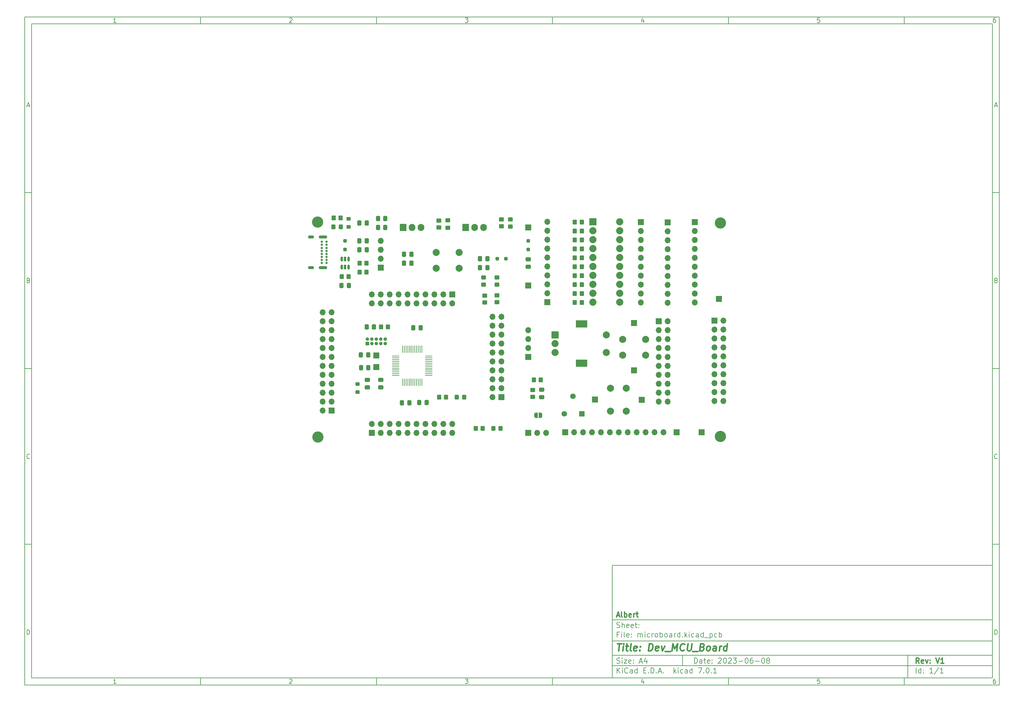
<source format=gbr>
%TF.GenerationSoftware,KiCad,Pcbnew,7.0.1*%
%TF.CreationDate,2023-06-08T18:04:29+02:00*%
%TF.ProjectId,microboard,6d696372-6f62-46f6-9172-642e6b696361,V1*%
%TF.SameCoordinates,Original*%
%TF.FileFunction,Soldermask,Top*%
%TF.FilePolarity,Negative*%
%FSLAX46Y46*%
G04 Gerber Fmt 4.6, Leading zero omitted, Abs format (unit mm)*
G04 Created by KiCad (PCBNEW 7.0.1) date 2023-06-08 18:04:29*
%MOMM*%
%LPD*%
G01*
G04 APERTURE LIST*
G04 Aperture macros list*
%AMRoundRect*
0 Rectangle with rounded corners*
0 $1 Rounding radius*
0 $2 $3 $4 $5 $6 $7 $8 $9 X,Y pos of 4 corners*
0 Add a 4 corners polygon primitive as box body*
4,1,4,$2,$3,$4,$5,$6,$7,$8,$9,$2,$3,0*
0 Add four circle primitives for the rounded corners*
1,1,$1+$1,$2,$3*
1,1,$1+$1,$4,$5*
1,1,$1+$1,$6,$7*
1,1,$1+$1,$8,$9*
0 Add four rect primitives between the rounded corners*
20,1,$1+$1,$2,$3,$4,$5,0*
20,1,$1+$1,$4,$5,$6,$7,0*
20,1,$1+$1,$6,$7,$8,$9,0*
20,1,$1+$1,$8,$9,$2,$3,0*%
%AMFreePoly0*
4,1,19,0.500000,-0.750000,0.000000,-0.750000,0.000000,-0.744911,-0.071157,-0.744911,-0.207708,-0.704816,-0.327430,-0.627875,-0.420627,-0.520320,-0.479746,-0.390866,-0.500000,-0.250000,-0.500000,0.250000,-0.479746,0.390866,-0.420627,0.520320,-0.327430,0.627875,-0.207708,0.704816,-0.071157,0.744911,0.000000,0.744911,0.000000,0.750000,0.500000,0.750000,0.500000,-0.750000,0.500000,-0.750000,
$1*%
%AMFreePoly1*
4,1,19,0.000000,0.744911,0.071157,0.744911,0.207708,0.704816,0.327430,0.627875,0.420627,0.520320,0.479746,0.390866,0.500000,0.250000,0.500000,-0.250000,0.479746,-0.390866,0.420627,-0.520320,0.327430,-0.627875,0.207708,-0.704816,0.071157,-0.744911,0.000000,-0.744911,0.000000,-0.750000,-0.500000,-0.750000,-0.500000,0.750000,0.000000,0.750000,0.000000,0.744911,0.000000,0.744911,
$1*%
G04 Aperture macros list end*
%ADD10C,0.100000*%
%ADD11C,0.150000*%
%ADD12C,0.300000*%
%ADD13C,0.400000*%
%ADD14R,1.700000X1.700000*%
%ADD15O,1.700000X1.700000*%
%ADD16RoundRect,0.250000X-0.350000X0.275000X-0.350000X-0.275000X0.350000X-0.275000X0.350000X0.275000X0*%
%ADD17R,2.000000X0.250000*%
%ADD18R,0.250000X2.000000*%
%ADD19C,3.200000*%
%ADD20RoundRect,0.250000X-0.450000X0.350000X-0.450000X-0.350000X0.450000X-0.350000X0.450000X0.350000X0*%
%ADD21RoundRect,0.250000X-0.337500X-0.475000X0.337500X-0.475000X0.337500X0.475000X-0.337500X0.475000X0*%
%ADD22RoundRect,0.250000X-0.350000X-0.450000X0.350000X-0.450000X0.350000X0.450000X-0.350000X0.450000X0*%
%ADD23C,2.000000*%
%ADD24RoundRect,0.250000X-0.250000X0.250000X-0.250000X-0.250000X0.250000X-0.250000X0.250000X0.250000X0*%
%ADD25RoundRect,0.250000X0.350000X0.450000X-0.350000X0.450000X-0.350000X-0.450000X0.350000X-0.450000X0*%
%ADD26RoundRect,0.250000X-0.475000X0.337500X-0.475000X-0.337500X0.475000X-0.337500X0.475000X0.337500X0*%
%ADD27C,0.650000*%
%ADD28O,1.700000X0.900000*%
%ADD29O,2.400000X0.900000*%
%ADD30R,2.032000X2.032000*%
%ADD31C,2.032000*%
%ADD32R,1.905000X2.000000*%
%ADD33O,1.905000X2.000000*%
%ADD34R,2.000000X2.000000*%
%ADD35R,3.200000X2.000000*%
%ADD36RoundRect,0.250000X0.325000X0.450000X-0.325000X0.450000X-0.325000X-0.450000X0.325000X-0.450000X0*%
%ADD37RoundRect,0.150000X0.150000X-0.512500X0.150000X0.512500X-0.150000X0.512500X-0.150000X-0.512500X0*%
%ADD38RoundRect,0.250000X0.337500X0.475000X-0.337500X0.475000X-0.337500X-0.475000X0.337500X-0.475000X0*%
%ADD39RoundRect,0.250000X0.350000X-0.275000X0.350000X0.275000X-0.350000X0.275000X-0.350000X-0.275000X0*%
%ADD40R,1.560000X1.560000*%
%ADD41C,1.560000*%
%ADD42RoundRect,0.250000X0.250000X-0.250000X0.250000X0.250000X-0.250000X0.250000X-0.250000X-0.250000X0*%
%ADD43R,1.000000X1.000000*%
%ADD44O,1.000000X1.000000*%
%ADD45RoundRect,0.250000X0.450000X-0.325000X0.450000X0.325000X-0.450000X0.325000X-0.450000X-0.325000X0*%
%ADD46RoundRect,0.250000X0.250000X0.250000X-0.250000X0.250000X-0.250000X-0.250000X0.250000X-0.250000X0*%
%ADD47R,1.800000X1.750000*%
%ADD48RoundRect,0.250000X0.450000X-0.350000X0.450000X0.350000X-0.450000X0.350000X-0.450000X-0.350000X0*%
%ADD49RoundRect,0.250000X-0.450000X0.325000X-0.450000X-0.325000X0.450000X-0.325000X0.450000X0.325000X0*%
%ADD50RoundRect,0.250000X0.475000X-0.337500X0.475000X0.337500X-0.475000X0.337500X-0.475000X-0.337500X0*%
%ADD51RoundRect,0.250000X-0.325000X-0.450000X0.325000X-0.450000X0.325000X0.450000X-0.325000X0.450000X0*%
%ADD52FreePoly0,180.000000*%
%ADD53FreePoly1,180.000000*%
G04 APERTURE END LIST*
D10*
D11*
X177002200Y-166007200D02*
X285002200Y-166007200D01*
X285002200Y-198007200D01*
X177002200Y-198007200D01*
X177002200Y-166007200D01*
D10*
D11*
X10000000Y-10000000D02*
X287002200Y-10000000D01*
X287002200Y-200007200D01*
X10000000Y-200007200D01*
X10000000Y-10000000D01*
D10*
D11*
X12000000Y-12000000D02*
X285002200Y-12000000D01*
X285002200Y-198007200D01*
X12000000Y-198007200D01*
X12000000Y-12000000D01*
D10*
D11*
X60000000Y-12000000D02*
X60000000Y-10000000D01*
D10*
D11*
X110000000Y-12000000D02*
X110000000Y-10000000D01*
D10*
D11*
X160000000Y-12000000D02*
X160000000Y-10000000D01*
D10*
D11*
X210000000Y-12000000D02*
X210000000Y-10000000D01*
D10*
D11*
X260000000Y-12000000D02*
X260000000Y-10000000D01*
D10*
D11*
X35990476Y-11601404D02*
X35247619Y-11601404D01*
X35619047Y-11601404D02*
X35619047Y-10301404D01*
X35619047Y-10301404D02*
X35495238Y-10487119D01*
X35495238Y-10487119D02*
X35371428Y-10610928D01*
X35371428Y-10610928D02*
X35247619Y-10672833D01*
D10*
D11*
X85247619Y-10425214D02*
X85309523Y-10363309D01*
X85309523Y-10363309D02*
X85433333Y-10301404D01*
X85433333Y-10301404D02*
X85742857Y-10301404D01*
X85742857Y-10301404D02*
X85866666Y-10363309D01*
X85866666Y-10363309D02*
X85928571Y-10425214D01*
X85928571Y-10425214D02*
X85990476Y-10549023D01*
X85990476Y-10549023D02*
X85990476Y-10672833D01*
X85990476Y-10672833D02*
X85928571Y-10858547D01*
X85928571Y-10858547D02*
X85185714Y-11601404D01*
X85185714Y-11601404D02*
X85990476Y-11601404D01*
D10*
D11*
X135185714Y-10301404D02*
X135990476Y-10301404D01*
X135990476Y-10301404D02*
X135557142Y-10796642D01*
X135557142Y-10796642D02*
X135742857Y-10796642D01*
X135742857Y-10796642D02*
X135866666Y-10858547D01*
X135866666Y-10858547D02*
X135928571Y-10920452D01*
X135928571Y-10920452D02*
X135990476Y-11044261D01*
X135990476Y-11044261D02*
X135990476Y-11353785D01*
X135990476Y-11353785D02*
X135928571Y-11477595D01*
X135928571Y-11477595D02*
X135866666Y-11539500D01*
X135866666Y-11539500D02*
X135742857Y-11601404D01*
X135742857Y-11601404D02*
X135371428Y-11601404D01*
X135371428Y-11601404D02*
X135247619Y-11539500D01*
X135247619Y-11539500D02*
X135185714Y-11477595D01*
D10*
D11*
X185866666Y-10734738D02*
X185866666Y-11601404D01*
X185557142Y-10239500D02*
X185247619Y-11168071D01*
X185247619Y-11168071D02*
X186052380Y-11168071D01*
D10*
D11*
X235928571Y-10301404D02*
X235309523Y-10301404D01*
X235309523Y-10301404D02*
X235247619Y-10920452D01*
X235247619Y-10920452D02*
X235309523Y-10858547D01*
X235309523Y-10858547D02*
X235433333Y-10796642D01*
X235433333Y-10796642D02*
X235742857Y-10796642D01*
X235742857Y-10796642D02*
X235866666Y-10858547D01*
X235866666Y-10858547D02*
X235928571Y-10920452D01*
X235928571Y-10920452D02*
X235990476Y-11044261D01*
X235990476Y-11044261D02*
X235990476Y-11353785D01*
X235990476Y-11353785D02*
X235928571Y-11477595D01*
X235928571Y-11477595D02*
X235866666Y-11539500D01*
X235866666Y-11539500D02*
X235742857Y-11601404D01*
X235742857Y-11601404D02*
X235433333Y-11601404D01*
X235433333Y-11601404D02*
X235309523Y-11539500D01*
X235309523Y-11539500D02*
X235247619Y-11477595D01*
D10*
D11*
X285866666Y-10301404D02*
X285619047Y-10301404D01*
X285619047Y-10301404D02*
X285495238Y-10363309D01*
X285495238Y-10363309D02*
X285433333Y-10425214D01*
X285433333Y-10425214D02*
X285309523Y-10610928D01*
X285309523Y-10610928D02*
X285247619Y-10858547D01*
X285247619Y-10858547D02*
X285247619Y-11353785D01*
X285247619Y-11353785D02*
X285309523Y-11477595D01*
X285309523Y-11477595D02*
X285371428Y-11539500D01*
X285371428Y-11539500D02*
X285495238Y-11601404D01*
X285495238Y-11601404D02*
X285742857Y-11601404D01*
X285742857Y-11601404D02*
X285866666Y-11539500D01*
X285866666Y-11539500D02*
X285928571Y-11477595D01*
X285928571Y-11477595D02*
X285990476Y-11353785D01*
X285990476Y-11353785D02*
X285990476Y-11044261D01*
X285990476Y-11044261D02*
X285928571Y-10920452D01*
X285928571Y-10920452D02*
X285866666Y-10858547D01*
X285866666Y-10858547D02*
X285742857Y-10796642D01*
X285742857Y-10796642D02*
X285495238Y-10796642D01*
X285495238Y-10796642D02*
X285371428Y-10858547D01*
X285371428Y-10858547D02*
X285309523Y-10920452D01*
X285309523Y-10920452D02*
X285247619Y-11044261D01*
D10*
D11*
X60000000Y-198007200D02*
X60000000Y-200007200D01*
D10*
D11*
X110000000Y-198007200D02*
X110000000Y-200007200D01*
D10*
D11*
X160000000Y-198007200D02*
X160000000Y-200007200D01*
D10*
D11*
X210000000Y-198007200D02*
X210000000Y-200007200D01*
D10*
D11*
X260000000Y-198007200D02*
X260000000Y-200007200D01*
D10*
D11*
X35990476Y-199608604D02*
X35247619Y-199608604D01*
X35619047Y-199608604D02*
X35619047Y-198308604D01*
X35619047Y-198308604D02*
X35495238Y-198494319D01*
X35495238Y-198494319D02*
X35371428Y-198618128D01*
X35371428Y-198618128D02*
X35247619Y-198680033D01*
D10*
D11*
X85247619Y-198432414D02*
X85309523Y-198370509D01*
X85309523Y-198370509D02*
X85433333Y-198308604D01*
X85433333Y-198308604D02*
X85742857Y-198308604D01*
X85742857Y-198308604D02*
X85866666Y-198370509D01*
X85866666Y-198370509D02*
X85928571Y-198432414D01*
X85928571Y-198432414D02*
X85990476Y-198556223D01*
X85990476Y-198556223D02*
X85990476Y-198680033D01*
X85990476Y-198680033D02*
X85928571Y-198865747D01*
X85928571Y-198865747D02*
X85185714Y-199608604D01*
X85185714Y-199608604D02*
X85990476Y-199608604D01*
D10*
D11*
X135185714Y-198308604D02*
X135990476Y-198308604D01*
X135990476Y-198308604D02*
X135557142Y-198803842D01*
X135557142Y-198803842D02*
X135742857Y-198803842D01*
X135742857Y-198803842D02*
X135866666Y-198865747D01*
X135866666Y-198865747D02*
X135928571Y-198927652D01*
X135928571Y-198927652D02*
X135990476Y-199051461D01*
X135990476Y-199051461D02*
X135990476Y-199360985D01*
X135990476Y-199360985D02*
X135928571Y-199484795D01*
X135928571Y-199484795D02*
X135866666Y-199546700D01*
X135866666Y-199546700D02*
X135742857Y-199608604D01*
X135742857Y-199608604D02*
X135371428Y-199608604D01*
X135371428Y-199608604D02*
X135247619Y-199546700D01*
X135247619Y-199546700D02*
X135185714Y-199484795D01*
D10*
D11*
X185866666Y-198741938D02*
X185866666Y-199608604D01*
X185557142Y-198246700D02*
X185247619Y-199175271D01*
X185247619Y-199175271D02*
X186052380Y-199175271D01*
D10*
D11*
X235928571Y-198308604D02*
X235309523Y-198308604D01*
X235309523Y-198308604D02*
X235247619Y-198927652D01*
X235247619Y-198927652D02*
X235309523Y-198865747D01*
X235309523Y-198865747D02*
X235433333Y-198803842D01*
X235433333Y-198803842D02*
X235742857Y-198803842D01*
X235742857Y-198803842D02*
X235866666Y-198865747D01*
X235866666Y-198865747D02*
X235928571Y-198927652D01*
X235928571Y-198927652D02*
X235990476Y-199051461D01*
X235990476Y-199051461D02*
X235990476Y-199360985D01*
X235990476Y-199360985D02*
X235928571Y-199484795D01*
X235928571Y-199484795D02*
X235866666Y-199546700D01*
X235866666Y-199546700D02*
X235742857Y-199608604D01*
X235742857Y-199608604D02*
X235433333Y-199608604D01*
X235433333Y-199608604D02*
X235309523Y-199546700D01*
X235309523Y-199546700D02*
X235247619Y-199484795D01*
D10*
D11*
X285866666Y-198308604D02*
X285619047Y-198308604D01*
X285619047Y-198308604D02*
X285495238Y-198370509D01*
X285495238Y-198370509D02*
X285433333Y-198432414D01*
X285433333Y-198432414D02*
X285309523Y-198618128D01*
X285309523Y-198618128D02*
X285247619Y-198865747D01*
X285247619Y-198865747D02*
X285247619Y-199360985D01*
X285247619Y-199360985D02*
X285309523Y-199484795D01*
X285309523Y-199484795D02*
X285371428Y-199546700D01*
X285371428Y-199546700D02*
X285495238Y-199608604D01*
X285495238Y-199608604D02*
X285742857Y-199608604D01*
X285742857Y-199608604D02*
X285866666Y-199546700D01*
X285866666Y-199546700D02*
X285928571Y-199484795D01*
X285928571Y-199484795D02*
X285990476Y-199360985D01*
X285990476Y-199360985D02*
X285990476Y-199051461D01*
X285990476Y-199051461D02*
X285928571Y-198927652D01*
X285928571Y-198927652D02*
X285866666Y-198865747D01*
X285866666Y-198865747D02*
X285742857Y-198803842D01*
X285742857Y-198803842D02*
X285495238Y-198803842D01*
X285495238Y-198803842D02*
X285371428Y-198865747D01*
X285371428Y-198865747D02*
X285309523Y-198927652D01*
X285309523Y-198927652D02*
X285247619Y-199051461D01*
D10*
D11*
X10000000Y-60000000D02*
X12000000Y-60000000D01*
D10*
D11*
X10000000Y-110000000D02*
X12000000Y-110000000D01*
D10*
D11*
X10000000Y-160000000D02*
X12000000Y-160000000D01*
D10*
D11*
X10690476Y-35229976D02*
X11309523Y-35229976D01*
X10566666Y-35601404D02*
X10999999Y-34301404D01*
X10999999Y-34301404D02*
X11433333Y-35601404D01*
D10*
D11*
X11092857Y-84920452D02*
X11278571Y-84982357D01*
X11278571Y-84982357D02*
X11340476Y-85044261D01*
X11340476Y-85044261D02*
X11402380Y-85168071D01*
X11402380Y-85168071D02*
X11402380Y-85353785D01*
X11402380Y-85353785D02*
X11340476Y-85477595D01*
X11340476Y-85477595D02*
X11278571Y-85539500D01*
X11278571Y-85539500D02*
X11154761Y-85601404D01*
X11154761Y-85601404D02*
X10659523Y-85601404D01*
X10659523Y-85601404D02*
X10659523Y-84301404D01*
X10659523Y-84301404D02*
X11092857Y-84301404D01*
X11092857Y-84301404D02*
X11216666Y-84363309D01*
X11216666Y-84363309D02*
X11278571Y-84425214D01*
X11278571Y-84425214D02*
X11340476Y-84549023D01*
X11340476Y-84549023D02*
X11340476Y-84672833D01*
X11340476Y-84672833D02*
X11278571Y-84796642D01*
X11278571Y-84796642D02*
X11216666Y-84858547D01*
X11216666Y-84858547D02*
X11092857Y-84920452D01*
X11092857Y-84920452D02*
X10659523Y-84920452D01*
D10*
D11*
X11402380Y-135477595D02*
X11340476Y-135539500D01*
X11340476Y-135539500D02*
X11154761Y-135601404D01*
X11154761Y-135601404D02*
X11030952Y-135601404D01*
X11030952Y-135601404D02*
X10845238Y-135539500D01*
X10845238Y-135539500D02*
X10721428Y-135415690D01*
X10721428Y-135415690D02*
X10659523Y-135291880D01*
X10659523Y-135291880D02*
X10597619Y-135044261D01*
X10597619Y-135044261D02*
X10597619Y-134858547D01*
X10597619Y-134858547D02*
X10659523Y-134610928D01*
X10659523Y-134610928D02*
X10721428Y-134487119D01*
X10721428Y-134487119D02*
X10845238Y-134363309D01*
X10845238Y-134363309D02*
X11030952Y-134301404D01*
X11030952Y-134301404D02*
X11154761Y-134301404D01*
X11154761Y-134301404D02*
X11340476Y-134363309D01*
X11340476Y-134363309D02*
X11402380Y-134425214D01*
D10*
D11*
X10659523Y-185601404D02*
X10659523Y-184301404D01*
X10659523Y-184301404D02*
X10969047Y-184301404D01*
X10969047Y-184301404D02*
X11154761Y-184363309D01*
X11154761Y-184363309D02*
X11278571Y-184487119D01*
X11278571Y-184487119D02*
X11340476Y-184610928D01*
X11340476Y-184610928D02*
X11402380Y-184858547D01*
X11402380Y-184858547D02*
X11402380Y-185044261D01*
X11402380Y-185044261D02*
X11340476Y-185291880D01*
X11340476Y-185291880D02*
X11278571Y-185415690D01*
X11278571Y-185415690D02*
X11154761Y-185539500D01*
X11154761Y-185539500D02*
X10969047Y-185601404D01*
X10969047Y-185601404D02*
X10659523Y-185601404D01*
D10*
D11*
X287002200Y-60000000D02*
X285002200Y-60000000D01*
D10*
D11*
X287002200Y-110000000D02*
X285002200Y-110000000D01*
D10*
D11*
X287002200Y-160000000D02*
X285002200Y-160000000D01*
D10*
D11*
X285692676Y-35229976D02*
X286311723Y-35229976D01*
X285568866Y-35601404D02*
X286002199Y-34301404D01*
X286002199Y-34301404D02*
X286435533Y-35601404D01*
D10*
D11*
X286095057Y-84920452D02*
X286280771Y-84982357D01*
X286280771Y-84982357D02*
X286342676Y-85044261D01*
X286342676Y-85044261D02*
X286404580Y-85168071D01*
X286404580Y-85168071D02*
X286404580Y-85353785D01*
X286404580Y-85353785D02*
X286342676Y-85477595D01*
X286342676Y-85477595D02*
X286280771Y-85539500D01*
X286280771Y-85539500D02*
X286156961Y-85601404D01*
X286156961Y-85601404D02*
X285661723Y-85601404D01*
X285661723Y-85601404D02*
X285661723Y-84301404D01*
X285661723Y-84301404D02*
X286095057Y-84301404D01*
X286095057Y-84301404D02*
X286218866Y-84363309D01*
X286218866Y-84363309D02*
X286280771Y-84425214D01*
X286280771Y-84425214D02*
X286342676Y-84549023D01*
X286342676Y-84549023D02*
X286342676Y-84672833D01*
X286342676Y-84672833D02*
X286280771Y-84796642D01*
X286280771Y-84796642D02*
X286218866Y-84858547D01*
X286218866Y-84858547D02*
X286095057Y-84920452D01*
X286095057Y-84920452D02*
X285661723Y-84920452D01*
D10*
D11*
X286404580Y-135477595D02*
X286342676Y-135539500D01*
X286342676Y-135539500D02*
X286156961Y-135601404D01*
X286156961Y-135601404D02*
X286033152Y-135601404D01*
X286033152Y-135601404D02*
X285847438Y-135539500D01*
X285847438Y-135539500D02*
X285723628Y-135415690D01*
X285723628Y-135415690D02*
X285661723Y-135291880D01*
X285661723Y-135291880D02*
X285599819Y-135044261D01*
X285599819Y-135044261D02*
X285599819Y-134858547D01*
X285599819Y-134858547D02*
X285661723Y-134610928D01*
X285661723Y-134610928D02*
X285723628Y-134487119D01*
X285723628Y-134487119D02*
X285847438Y-134363309D01*
X285847438Y-134363309D02*
X286033152Y-134301404D01*
X286033152Y-134301404D02*
X286156961Y-134301404D01*
X286156961Y-134301404D02*
X286342676Y-134363309D01*
X286342676Y-134363309D02*
X286404580Y-134425214D01*
D10*
D11*
X285661723Y-185601404D02*
X285661723Y-184301404D01*
X285661723Y-184301404D02*
X285971247Y-184301404D01*
X285971247Y-184301404D02*
X286156961Y-184363309D01*
X286156961Y-184363309D02*
X286280771Y-184487119D01*
X286280771Y-184487119D02*
X286342676Y-184610928D01*
X286342676Y-184610928D02*
X286404580Y-184858547D01*
X286404580Y-184858547D02*
X286404580Y-185044261D01*
X286404580Y-185044261D02*
X286342676Y-185291880D01*
X286342676Y-185291880D02*
X286280771Y-185415690D01*
X286280771Y-185415690D02*
X286156961Y-185539500D01*
X286156961Y-185539500D02*
X285971247Y-185601404D01*
X285971247Y-185601404D02*
X285661723Y-185601404D01*
D10*
D11*
X200359342Y-193801128D02*
X200359342Y-192301128D01*
X200359342Y-192301128D02*
X200716485Y-192301128D01*
X200716485Y-192301128D02*
X200930771Y-192372557D01*
X200930771Y-192372557D02*
X201073628Y-192515414D01*
X201073628Y-192515414D02*
X201145057Y-192658271D01*
X201145057Y-192658271D02*
X201216485Y-192943985D01*
X201216485Y-192943985D02*
X201216485Y-193158271D01*
X201216485Y-193158271D02*
X201145057Y-193443985D01*
X201145057Y-193443985D02*
X201073628Y-193586842D01*
X201073628Y-193586842D02*
X200930771Y-193729700D01*
X200930771Y-193729700D02*
X200716485Y-193801128D01*
X200716485Y-193801128D02*
X200359342Y-193801128D01*
X202502200Y-193801128D02*
X202502200Y-193015414D01*
X202502200Y-193015414D02*
X202430771Y-192872557D01*
X202430771Y-192872557D02*
X202287914Y-192801128D01*
X202287914Y-192801128D02*
X202002200Y-192801128D01*
X202002200Y-192801128D02*
X201859342Y-192872557D01*
X202502200Y-193729700D02*
X202359342Y-193801128D01*
X202359342Y-193801128D02*
X202002200Y-193801128D01*
X202002200Y-193801128D02*
X201859342Y-193729700D01*
X201859342Y-193729700D02*
X201787914Y-193586842D01*
X201787914Y-193586842D02*
X201787914Y-193443985D01*
X201787914Y-193443985D02*
X201859342Y-193301128D01*
X201859342Y-193301128D02*
X202002200Y-193229700D01*
X202002200Y-193229700D02*
X202359342Y-193229700D01*
X202359342Y-193229700D02*
X202502200Y-193158271D01*
X203002200Y-192801128D02*
X203573628Y-192801128D01*
X203216485Y-192301128D02*
X203216485Y-193586842D01*
X203216485Y-193586842D02*
X203287914Y-193729700D01*
X203287914Y-193729700D02*
X203430771Y-193801128D01*
X203430771Y-193801128D02*
X203573628Y-193801128D01*
X204645057Y-193729700D02*
X204502200Y-193801128D01*
X204502200Y-193801128D02*
X204216486Y-193801128D01*
X204216486Y-193801128D02*
X204073628Y-193729700D01*
X204073628Y-193729700D02*
X204002200Y-193586842D01*
X204002200Y-193586842D02*
X204002200Y-193015414D01*
X204002200Y-193015414D02*
X204073628Y-192872557D01*
X204073628Y-192872557D02*
X204216486Y-192801128D01*
X204216486Y-192801128D02*
X204502200Y-192801128D01*
X204502200Y-192801128D02*
X204645057Y-192872557D01*
X204645057Y-192872557D02*
X204716486Y-193015414D01*
X204716486Y-193015414D02*
X204716486Y-193158271D01*
X204716486Y-193158271D02*
X204002200Y-193301128D01*
X205359342Y-193658271D02*
X205430771Y-193729700D01*
X205430771Y-193729700D02*
X205359342Y-193801128D01*
X205359342Y-193801128D02*
X205287914Y-193729700D01*
X205287914Y-193729700D02*
X205359342Y-193658271D01*
X205359342Y-193658271D02*
X205359342Y-193801128D01*
X205359342Y-192872557D02*
X205430771Y-192943985D01*
X205430771Y-192943985D02*
X205359342Y-193015414D01*
X205359342Y-193015414D02*
X205287914Y-192943985D01*
X205287914Y-192943985D02*
X205359342Y-192872557D01*
X205359342Y-192872557D02*
X205359342Y-193015414D01*
X207145057Y-192443985D02*
X207216485Y-192372557D01*
X207216485Y-192372557D02*
X207359343Y-192301128D01*
X207359343Y-192301128D02*
X207716485Y-192301128D01*
X207716485Y-192301128D02*
X207859343Y-192372557D01*
X207859343Y-192372557D02*
X207930771Y-192443985D01*
X207930771Y-192443985D02*
X208002200Y-192586842D01*
X208002200Y-192586842D02*
X208002200Y-192729700D01*
X208002200Y-192729700D02*
X207930771Y-192943985D01*
X207930771Y-192943985D02*
X207073628Y-193801128D01*
X207073628Y-193801128D02*
X208002200Y-193801128D01*
X208930771Y-192301128D02*
X209073628Y-192301128D01*
X209073628Y-192301128D02*
X209216485Y-192372557D01*
X209216485Y-192372557D02*
X209287914Y-192443985D01*
X209287914Y-192443985D02*
X209359342Y-192586842D01*
X209359342Y-192586842D02*
X209430771Y-192872557D01*
X209430771Y-192872557D02*
X209430771Y-193229700D01*
X209430771Y-193229700D02*
X209359342Y-193515414D01*
X209359342Y-193515414D02*
X209287914Y-193658271D01*
X209287914Y-193658271D02*
X209216485Y-193729700D01*
X209216485Y-193729700D02*
X209073628Y-193801128D01*
X209073628Y-193801128D02*
X208930771Y-193801128D01*
X208930771Y-193801128D02*
X208787914Y-193729700D01*
X208787914Y-193729700D02*
X208716485Y-193658271D01*
X208716485Y-193658271D02*
X208645056Y-193515414D01*
X208645056Y-193515414D02*
X208573628Y-193229700D01*
X208573628Y-193229700D02*
X208573628Y-192872557D01*
X208573628Y-192872557D02*
X208645056Y-192586842D01*
X208645056Y-192586842D02*
X208716485Y-192443985D01*
X208716485Y-192443985D02*
X208787914Y-192372557D01*
X208787914Y-192372557D02*
X208930771Y-192301128D01*
X210002199Y-192443985D02*
X210073627Y-192372557D01*
X210073627Y-192372557D02*
X210216485Y-192301128D01*
X210216485Y-192301128D02*
X210573627Y-192301128D01*
X210573627Y-192301128D02*
X210716485Y-192372557D01*
X210716485Y-192372557D02*
X210787913Y-192443985D01*
X210787913Y-192443985D02*
X210859342Y-192586842D01*
X210859342Y-192586842D02*
X210859342Y-192729700D01*
X210859342Y-192729700D02*
X210787913Y-192943985D01*
X210787913Y-192943985D02*
X209930770Y-193801128D01*
X209930770Y-193801128D02*
X210859342Y-193801128D01*
X211359341Y-192301128D02*
X212287913Y-192301128D01*
X212287913Y-192301128D02*
X211787913Y-192872557D01*
X211787913Y-192872557D02*
X212002198Y-192872557D01*
X212002198Y-192872557D02*
X212145056Y-192943985D01*
X212145056Y-192943985D02*
X212216484Y-193015414D01*
X212216484Y-193015414D02*
X212287913Y-193158271D01*
X212287913Y-193158271D02*
X212287913Y-193515414D01*
X212287913Y-193515414D02*
X212216484Y-193658271D01*
X212216484Y-193658271D02*
X212145056Y-193729700D01*
X212145056Y-193729700D02*
X212002198Y-193801128D01*
X212002198Y-193801128D02*
X211573627Y-193801128D01*
X211573627Y-193801128D02*
X211430770Y-193729700D01*
X211430770Y-193729700D02*
X211359341Y-193658271D01*
X212930769Y-193229700D02*
X214073627Y-193229700D01*
X215073627Y-192301128D02*
X215216484Y-192301128D01*
X215216484Y-192301128D02*
X215359341Y-192372557D01*
X215359341Y-192372557D02*
X215430770Y-192443985D01*
X215430770Y-192443985D02*
X215502198Y-192586842D01*
X215502198Y-192586842D02*
X215573627Y-192872557D01*
X215573627Y-192872557D02*
X215573627Y-193229700D01*
X215573627Y-193229700D02*
X215502198Y-193515414D01*
X215502198Y-193515414D02*
X215430770Y-193658271D01*
X215430770Y-193658271D02*
X215359341Y-193729700D01*
X215359341Y-193729700D02*
X215216484Y-193801128D01*
X215216484Y-193801128D02*
X215073627Y-193801128D01*
X215073627Y-193801128D02*
X214930770Y-193729700D01*
X214930770Y-193729700D02*
X214859341Y-193658271D01*
X214859341Y-193658271D02*
X214787912Y-193515414D01*
X214787912Y-193515414D02*
X214716484Y-193229700D01*
X214716484Y-193229700D02*
X214716484Y-192872557D01*
X214716484Y-192872557D02*
X214787912Y-192586842D01*
X214787912Y-192586842D02*
X214859341Y-192443985D01*
X214859341Y-192443985D02*
X214930770Y-192372557D01*
X214930770Y-192372557D02*
X215073627Y-192301128D01*
X216859341Y-192301128D02*
X216573626Y-192301128D01*
X216573626Y-192301128D02*
X216430769Y-192372557D01*
X216430769Y-192372557D02*
X216359341Y-192443985D01*
X216359341Y-192443985D02*
X216216483Y-192658271D01*
X216216483Y-192658271D02*
X216145055Y-192943985D01*
X216145055Y-192943985D02*
X216145055Y-193515414D01*
X216145055Y-193515414D02*
X216216483Y-193658271D01*
X216216483Y-193658271D02*
X216287912Y-193729700D01*
X216287912Y-193729700D02*
X216430769Y-193801128D01*
X216430769Y-193801128D02*
X216716483Y-193801128D01*
X216716483Y-193801128D02*
X216859341Y-193729700D01*
X216859341Y-193729700D02*
X216930769Y-193658271D01*
X216930769Y-193658271D02*
X217002198Y-193515414D01*
X217002198Y-193515414D02*
X217002198Y-193158271D01*
X217002198Y-193158271D02*
X216930769Y-193015414D01*
X216930769Y-193015414D02*
X216859341Y-192943985D01*
X216859341Y-192943985D02*
X216716483Y-192872557D01*
X216716483Y-192872557D02*
X216430769Y-192872557D01*
X216430769Y-192872557D02*
X216287912Y-192943985D01*
X216287912Y-192943985D02*
X216216483Y-193015414D01*
X216216483Y-193015414D02*
X216145055Y-193158271D01*
X217645054Y-193229700D02*
X218787912Y-193229700D01*
X219787912Y-192301128D02*
X219930769Y-192301128D01*
X219930769Y-192301128D02*
X220073626Y-192372557D01*
X220073626Y-192372557D02*
X220145055Y-192443985D01*
X220145055Y-192443985D02*
X220216483Y-192586842D01*
X220216483Y-192586842D02*
X220287912Y-192872557D01*
X220287912Y-192872557D02*
X220287912Y-193229700D01*
X220287912Y-193229700D02*
X220216483Y-193515414D01*
X220216483Y-193515414D02*
X220145055Y-193658271D01*
X220145055Y-193658271D02*
X220073626Y-193729700D01*
X220073626Y-193729700D02*
X219930769Y-193801128D01*
X219930769Y-193801128D02*
X219787912Y-193801128D01*
X219787912Y-193801128D02*
X219645055Y-193729700D01*
X219645055Y-193729700D02*
X219573626Y-193658271D01*
X219573626Y-193658271D02*
X219502197Y-193515414D01*
X219502197Y-193515414D02*
X219430769Y-193229700D01*
X219430769Y-193229700D02*
X219430769Y-192872557D01*
X219430769Y-192872557D02*
X219502197Y-192586842D01*
X219502197Y-192586842D02*
X219573626Y-192443985D01*
X219573626Y-192443985D02*
X219645055Y-192372557D01*
X219645055Y-192372557D02*
X219787912Y-192301128D01*
X221145054Y-192943985D02*
X221002197Y-192872557D01*
X221002197Y-192872557D02*
X220930768Y-192801128D01*
X220930768Y-192801128D02*
X220859340Y-192658271D01*
X220859340Y-192658271D02*
X220859340Y-192586842D01*
X220859340Y-192586842D02*
X220930768Y-192443985D01*
X220930768Y-192443985D02*
X221002197Y-192372557D01*
X221002197Y-192372557D02*
X221145054Y-192301128D01*
X221145054Y-192301128D02*
X221430768Y-192301128D01*
X221430768Y-192301128D02*
X221573626Y-192372557D01*
X221573626Y-192372557D02*
X221645054Y-192443985D01*
X221645054Y-192443985D02*
X221716483Y-192586842D01*
X221716483Y-192586842D02*
X221716483Y-192658271D01*
X221716483Y-192658271D02*
X221645054Y-192801128D01*
X221645054Y-192801128D02*
X221573626Y-192872557D01*
X221573626Y-192872557D02*
X221430768Y-192943985D01*
X221430768Y-192943985D02*
X221145054Y-192943985D01*
X221145054Y-192943985D02*
X221002197Y-193015414D01*
X221002197Y-193015414D02*
X220930768Y-193086842D01*
X220930768Y-193086842D02*
X220859340Y-193229700D01*
X220859340Y-193229700D02*
X220859340Y-193515414D01*
X220859340Y-193515414D02*
X220930768Y-193658271D01*
X220930768Y-193658271D02*
X221002197Y-193729700D01*
X221002197Y-193729700D02*
X221145054Y-193801128D01*
X221145054Y-193801128D02*
X221430768Y-193801128D01*
X221430768Y-193801128D02*
X221573626Y-193729700D01*
X221573626Y-193729700D02*
X221645054Y-193658271D01*
X221645054Y-193658271D02*
X221716483Y-193515414D01*
X221716483Y-193515414D02*
X221716483Y-193229700D01*
X221716483Y-193229700D02*
X221645054Y-193086842D01*
X221645054Y-193086842D02*
X221573626Y-193015414D01*
X221573626Y-193015414D02*
X221430768Y-192943985D01*
D10*
D11*
X177002200Y-194507200D02*
X285002200Y-194507200D01*
D10*
D11*
X178359342Y-196601128D02*
X178359342Y-195101128D01*
X179216485Y-196601128D02*
X178573628Y-195743985D01*
X179216485Y-195101128D02*
X178359342Y-195958271D01*
X179859342Y-196601128D02*
X179859342Y-195601128D01*
X179859342Y-195101128D02*
X179787914Y-195172557D01*
X179787914Y-195172557D02*
X179859342Y-195243985D01*
X179859342Y-195243985D02*
X179930771Y-195172557D01*
X179930771Y-195172557D02*
X179859342Y-195101128D01*
X179859342Y-195101128D02*
X179859342Y-195243985D01*
X181430771Y-196458271D02*
X181359343Y-196529700D01*
X181359343Y-196529700D02*
X181145057Y-196601128D01*
X181145057Y-196601128D02*
X181002200Y-196601128D01*
X181002200Y-196601128D02*
X180787914Y-196529700D01*
X180787914Y-196529700D02*
X180645057Y-196386842D01*
X180645057Y-196386842D02*
X180573628Y-196243985D01*
X180573628Y-196243985D02*
X180502200Y-195958271D01*
X180502200Y-195958271D02*
X180502200Y-195743985D01*
X180502200Y-195743985D02*
X180573628Y-195458271D01*
X180573628Y-195458271D02*
X180645057Y-195315414D01*
X180645057Y-195315414D02*
X180787914Y-195172557D01*
X180787914Y-195172557D02*
X181002200Y-195101128D01*
X181002200Y-195101128D02*
X181145057Y-195101128D01*
X181145057Y-195101128D02*
X181359343Y-195172557D01*
X181359343Y-195172557D02*
X181430771Y-195243985D01*
X182716486Y-196601128D02*
X182716486Y-195815414D01*
X182716486Y-195815414D02*
X182645057Y-195672557D01*
X182645057Y-195672557D02*
X182502200Y-195601128D01*
X182502200Y-195601128D02*
X182216486Y-195601128D01*
X182216486Y-195601128D02*
X182073628Y-195672557D01*
X182716486Y-196529700D02*
X182573628Y-196601128D01*
X182573628Y-196601128D02*
X182216486Y-196601128D01*
X182216486Y-196601128D02*
X182073628Y-196529700D01*
X182073628Y-196529700D02*
X182002200Y-196386842D01*
X182002200Y-196386842D02*
X182002200Y-196243985D01*
X182002200Y-196243985D02*
X182073628Y-196101128D01*
X182073628Y-196101128D02*
X182216486Y-196029700D01*
X182216486Y-196029700D02*
X182573628Y-196029700D01*
X182573628Y-196029700D02*
X182716486Y-195958271D01*
X184073629Y-196601128D02*
X184073629Y-195101128D01*
X184073629Y-196529700D02*
X183930771Y-196601128D01*
X183930771Y-196601128D02*
X183645057Y-196601128D01*
X183645057Y-196601128D02*
X183502200Y-196529700D01*
X183502200Y-196529700D02*
X183430771Y-196458271D01*
X183430771Y-196458271D02*
X183359343Y-196315414D01*
X183359343Y-196315414D02*
X183359343Y-195886842D01*
X183359343Y-195886842D02*
X183430771Y-195743985D01*
X183430771Y-195743985D02*
X183502200Y-195672557D01*
X183502200Y-195672557D02*
X183645057Y-195601128D01*
X183645057Y-195601128D02*
X183930771Y-195601128D01*
X183930771Y-195601128D02*
X184073629Y-195672557D01*
X185930771Y-195815414D02*
X186430771Y-195815414D01*
X186645057Y-196601128D02*
X185930771Y-196601128D01*
X185930771Y-196601128D02*
X185930771Y-195101128D01*
X185930771Y-195101128D02*
X186645057Y-195101128D01*
X187287914Y-196458271D02*
X187359343Y-196529700D01*
X187359343Y-196529700D02*
X187287914Y-196601128D01*
X187287914Y-196601128D02*
X187216486Y-196529700D01*
X187216486Y-196529700D02*
X187287914Y-196458271D01*
X187287914Y-196458271D02*
X187287914Y-196601128D01*
X188002200Y-196601128D02*
X188002200Y-195101128D01*
X188002200Y-195101128D02*
X188359343Y-195101128D01*
X188359343Y-195101128D02*
X188573629Y-195172557D01*
X188573629Y-195172557D02*
X188716486Y-195315414D01*
X188716486Y-195315414D02*
X188787915Y-195458271D01*
X188787915Y-195458271D02*
X188859343Y-195743985D01*
X188859343Y-195743985D02*
X188859343Y-195958271D01*
X188859343Y-195958271D02*
X188787915Y-196243985D01*
X188787915Y-196243985D02*
X188716486Y-196386842D01*
X188716486Y-196386842D02*
X188573629Y-196529700D01*
X188573629Y-196529700D02*
X188359343Y-196601128D01*
X188359343Y-196601128D02*
X188002200Y-196601128D01*
X189502200Y-196458271D02*
X189573629Y-196529700D01*
X189573629Y-196529700D02*
X189502200Y-196601128D01*
X189502200Y-196601128D02*
X189430772Y-196529700D01*
X189430772Y-196529700D02*
X189502200Y-196458271D01*
X189502200Y-196458271D02*
X189502200Y-196601128D01*
X190145058Y-196172557D02*
X190859344Y-196172557D01*
X190002201Y-196601128D02*
X190502201Y-195101128D01*
X190502201Y-195101128D02*
X191002201Y-196601128D01*
X191502200Y-196458271D02*
X191573629Y-196529700D01*
X191573629Y-196529700D02*
X191502200Y-196601128D01*
X191502200Y-196601128D02*
X191430772Y-196529700D01*
X191430772Y-196529700D02*
X191502200Y-196458271D01*
X191502200Y-196458271D02*
X191502200Y-196601128D01*
X194502200Y-196601128D02*
X194502200Y-195101128D01*
X194645058Y-196029700D02*
X195073629Y-196601128D01*
X195073629Y-195601128D02*
X194502200Y-196172557D01*
X195716486Y-196601128D02*
X195716486Y-195601128D01*
X195716486Y-195101128D02*
X195645058Y-195172557D01*
X195645058Y-195172557D02*
X195716486Y-195243985D01*
X195716486Y-195243985D02*
X195787915Y-195172557D01*
X195787915Y-195172557D02*
X195716486Y-195101128D01*
X195716486Y-195101128D02*
X195716486Y-195243985D01*
X197073630Y-196529700D02*
X196930772Y-196601128D01*
X196930772Y-196601128D02*
X196645058Y-196601128D01*
X196645058Y-196601128D02*
X196502201Y-196529700D01*
X196502201Y-196529700D02*
X196430772Y-196458271D01*
X196430772Y-196458271D02*
X196359344Y-196315414D01*
X196359344Y-196315414D02*
X196359344Y-195886842D01*
X196359344Y-195886842D02*
X196430772Y-195743985D01*
X196430772Y-195743985D02*
X196502201Y-195672557D01*
X196502201Y-195672557D02*
X196645058Y-195601128D01*
X196645058Y-195601128D02*
X196930772Y-195601128D01*
X196930772Y-195601128D02*
X197073630Y-195672557D01*
X198359344Y-196601128D02*
X198359344Y-195815414D01*
X198359344Y-195815414D02*
X198287915Y-195672557D01*
X198287915Y-195672557D02*
X198145058Y-195601128D01*
X198145058Y-195601128D02*
X197859344Y-195601128D01*
X197859344Y-195601128D02*
X197716486Y-195672557D01*
X198359344Y-196529700D02*
X198216486Y-196601128D01*
X198216486Y-196601128D02*
X197859344Y-196601128D01*
X197859344Y-196601128D02*
X197716486Y-196529700D01*
X197716486Y-196529700D02*
X197645058Y-196386842D01*
X197645058Y-196386842D02*
X197645058Y-196243985D01*
X197645058Y-196243985D02*
X197716486Y-196101128D01*
X197716486Y-196101128D02*
X197859344Y-196029700D01*
X197859344Y-196029700D02*
X198216486Y-196029700D01*
X198216486Y-196029700D02*
X198359344Y-195958271D01*
X199716487Y-196601128D02*
X199716487Y-195101128D01*
X199716487Y-196529700D02*
X199573629Y-196601128D01*
X199573629Y-196601128D02*
X199287915Y-196601128D01*
X199287915Y-196601128D02*
X199145058Y-196529700D01*
X199145058Y-196529700D02*
X199073629Y-196458271D01*
X199073629Y-196458271D02*
X199002201Y-196315414D01*
X199002201Y-196315414D02*
X199002201Y-195886842D01*
X199002201Y-195886842D02*
X199073629Y-195743985D01*
X199073629Y-195743985D02*
X199145058Y-195672557D01*
X199145058Y-195672557D02*
X199287915Y-195601128D01*
X199287915Y-195601128D02*
X199573629Y-195601128D01*
X199573629Y-195601128D02*
X199716487Y-195672557D01*
X201430772Y-195101128D02*
X202430772Y-195101128D01*
X202430772Y-195101128D02*
X201787915Y-196601128D01*
X203002200Y-196458271D02*
X203073629Y-196529700D01*
X203073629Y-196529700D02*
X203002200Y-196601128D01*
X203002200Y-196601128D02*
X202930772Y-196529700D01*
X202930772Y-196529700D02*
X203002200Y-196458271D01*
X203002200Y-196458271D02*
X203002200Y-196601128D01*
X204002201Y-195101128D02*
X204145058Y-195101128D01*
X204145058Y-195101128D02*
X204287915Y-195172557D01*
X204287915Y-195172557D02*
X204359344Y-195243985D01*
X204359344Y-195243985D02*
X204430772Y-195386842D01*
X204430772Y-195386842D02*
X204502201Y-195672557D01*
X204502201Y-195672557D02*
X204502201Y-196029700D01*
X204502201Y-196029700D02*
X204430772Y-196315414D01*
X204430772Y-196315414D02*
X204359344Y-196458271D01*
X204359344Y-196458271D02*
X204287915Y-196529700D01*
X204287915Y-196529700D02*
X204145058Y-196601128D01*
X204145058Y-196601128D02*
X204002201Y-196601128D01*
X204002201Y-196601128D02*
X203859344Y-196529700D01*
X203859344Y-196529700D02*
X203787915Y-196458271D01*
X203787915Y-196458271D02*
X203716486Y-196315414D01*
X203716486Y-196315414D02*
X203645058Y-196029700D01*
X203645058Y-196029700D02*
X203645058Y-195672557D01*
X203645058Y-195672557D02*
X203716486Y-195386842D01*
X203716486Y-195386842D02*
X203787915Y-195243985D01*
X203787915Y-195243985D02*
X203859344Y-195172557D01*
X203859344Y-195172557D02*
X204002201Y-195101128D01*
X205145057Y-196458271D02*
X205216486Y-196529700D01*
X205216486Y-196529700D02*
X205145057Y-196601128D01*
X205145057Y-196601128D02*
X205073629Y-196529700D01*
X205073629Y-196529700D02*
X205145057Y-196458271D01*
X205145057Y-196458271D02*
X205145057Y-196601128D01*
X206645058Y-196601128D02*
X205787915Y-196601128D01*
X206216486Y-196601128D02*
X206216486Y-195101128D01*
X206216486Y-195101128D02*
X206073629Y-195315414D01*
X206073629Y-195315414D02*
X205930772Y-195458271D01*
X205930772Y-195458271D02*
X205787915Y-195529700D01*
D10*
D11*
X177002200Y-191507200D02*
X285002200Y-191507200D01*
D10*
D12*
X264216485Y-193801128D02*
X263716485Y-193086842D01*
X263359342Y-193801128D02*
X263359342Y-192301128D01*
X263359342Y-192301128D02*
X263930771Y-192301128D01*
X263930771Y-192301128D02*
X264073628Y-192372557D01*
X264073628Y-192372557D02*
X264145057Y-192443985D01*
X264145057Y-192443985D02*
X264216485Y-192586842D01*
X264216485Y-192586842D02*
X264216485Y-192801128D01*
X264216485Y-192801128D02*
X264145057Y-192943985D01*
X264145057Y-192943985D02*
X264073628Y-193015414D01*
X264073628Y-193015414D02*
X263930771Y-193086842D01*
X263930771Y-193086842D02*
X263359342Y-193086842D01*
X265430771Y-193729700D02*
X265287914Y-193801128D01*
X265287914Y-193801128D02*
X265002200Y-193801128D01*
X265002200Y-193801128D02*
X264859342Y-193729700D01*
X264859342Y-193729700D02*
X264787914Y-193586842D01*
X264787914Y-193586842D02*
X264787914Y-193015414D01*
X264787914Y-193015414D02*
X264859342Y-192872557D01*
X264859342Y-192872557D02*
X265002200Y-192801128D01*
X265002200Y-192801128D02*
X265287914Y-192801128D01*
X265287914Y-192801128D02*
X265430771Y-192872557D01*
X265430771Y-192872557D02*
X265502200Y-193015414D01*
X265502200Y-193015414D02*
X265502200Y-193158271D01*
X265502200Y-193158271D02*
X264787914Y-193301128D01*
X266002199Y-192801128D02*
X266359342Y-193801128D01*
X266359342Y-193801128D02*
X266716485Y-192801128D01*
X267287913Y-193658271D02*
X267359342Y-193729700D01*
X267359342Y-193729700D02*
X267287913Y-193801128D01*
X267287913Y-193801128D02*
X267216485Y-193729700D01*
X267216485Y-193729700D02*
X267287913Y-193658271D01*
X267287913Y-193658271D02*
X267287913Y-193801128D01*
X267287913Y-192872557D02*
X267359342Y-192943985D01*
X267359342Y-192943985D02*
X267287913Y-193015414D01*
X267287913Y-193015414D02*
X267216485Y-192943985D01*
X267216485Y-192943985D02*
X267287913Y-192872557D01*
X267287913Y-192872557D02*
X267287913Y-193015414D01*
X268930771Y-192301128D02*
X269430771Y-193801128D01*
X269430771Y-193801128D02*
X269930771Y-192301128D01*
X271216485Y-193801128D02*
X270359342Y-193801128D01*
X270787913Y-193801128D02*
X270787913Y-192301128D01*
X270787913Y-192301128D02*
X270645056Y-192515414D01*
X270645056Y-192515414D02*
X270502199Y-192658271D01*
X270502199Y-192658271D02*
X270359342Y-192729700D01*
D10*
D11*
X178287914Y-193729700D02*
X178502200Y-193801128D01*
X178502200Y-193801128D02*
X178859342Y-193801128D01*
X178859342Y-193801128D02*
X179002200Y-193729700D01*
X179002200Y-193729700D02*
X179073628Y-193658271D01*
X179073628Y-193658271D02*
X179145057Y-193515414D01*
X179145057Y-193515414D02*
X179145057Y-193372557D01*
X179145057Y-193372557D02*
X179073628Y-193229700D01*
X179073628Y-193229700D02*
X179002200Y-193158271D01*
X179002200Y-193158271D02*
X178859342Y-193086842D01*
X178859342Y-193086842D02*
X178573628Y-193015414D01*
X178573628Y-193015414D02*
X178430771Y-192943985D01*
X178430771Y-192943985D02*
X178359342Y-192872557D01*
X178359342Y-192872557D02*
X178287914Y-192729700D01*
X178287914Y-192729700D02*
X178287914Y-192586842D01*
X178287914Y-192586842D02*
X178359342Y-192443985D01*
X178359342Y-192443985D02*
X178430771Y-192372557D01*
X178430771Y-192372557D02*
X178573628Y-192301128D01*
X178573628Y-192301128D02*
X178930771Y-192301128D01*
X178930771Y-192301128D02*
X179145057Y-192372557D01*
X179787913Y-193801128D02*
X179787913Y-192801128D01*
X179787913Y-192301128D02*
X179716485Y-192372557D01*
X179716485Y-192372557D02*
X179787913Y-192443985D01*
X179787913Y-192443985D02*
X179859342Y-192372557D01*
X179859342Y-192372557D02*
X179787913Y-192301128D01*
X179787913Y-192301128D02*
X179787913Y-192443985D01*
X180359342Y-192801128D02*
X181145057Y-192801128D01*
X181145057Y-192801128D02*
X180359342Y-193801128D01*
X180359342Y-193801128D02*
X181145057Y-193801128D01*
X182287914Y-193729700D02*
X182145057Y-193801128D01*
X182145057Y-193801128D02*
X181859343Y-193801128D01*
X181859343Y-193801128D02*
X181716485Y-193729700D01*
X181716485Y-193729700D02*
X181645057Y-193586842D01*
X181645057Y-193586842D02*
X181645057Y-193015414D01*
X181645057Y-193015414D02*
X181716485Y-192872557D01*
X181716485Y-192872557D02*
X181859343Y-192801128D01*
X181859343Y-192801128D02*
X182145057Y-192801128D01*
X182145057Y-192801128D02*
X182287914Y-192872557D01*
X182287914Y-192872557D02*
X182359343Y-193015414D01*
X182359343Y-193015414D02*
X182359343Y-193158271D01*
X182359343Y-193158271D02*
X181645057Y-193301128D01*
X183002199Y-193658271D02*
X183073628Y-193729700D01*
X183073628Y-193729700D02*
X183002199Y-193801128D01*
X183002199Y-193801128D02*
X182930771Y-193729700D01*
X182930771Y-193729700D02*
X183002199Y-193658271D01*
X183002199Y-193658271D02*
X183002199Y-193801128D01*
X183002199Y-192872557D02*
X183073628Y-192943985D01*
X183073628Y-192943985D02*
X183002199Y-193015414D01*
X183002199Y-193015414D02*
X182930771Y-192943985D01*
X182930771Y-192943985D02*
X183002199Y-192872557D01*
X183002199Y-192872557D02*
X183002199Y-193015414D01*
X184787914Y-193372557D02*
X185502200Y-193372557D01*
X184645057Y-193801128D02*
X185145057Y-192301128D01*
X185145057Y-192301128D02*
X185645057Y-193801128D01*
X186787914Y-192801128D02*
X186787914Y-193801128D01*
X186430771Y-192229700D02*
X186073628Y-193301128D01*
X186073628Y-193301128D02*
X187002199Y-193301128D01*
D10*
D11*
X263359342Y-196601128D02*
X263359342Y-195101128D01*
X264716486Y-196601128D02*
X264716486Y-195101128D01*
X264716486Y-196529700D02*
X264573628Y-196601128D01*
X264573628Y-196601128D02*
X264287914Y-196601128D01*
X264287914Y-196601128D02*
X264145057Y-196529700D01*
X264145057Y-196529700D02*
X264073628Y-196458271D01*
X264073628Y-196458271D02*
X264002200Y-196315414D01*
X264002200Y-196315414D02*
X264002200Y-195886842D01*
X264002200Y-195886842D02*
X264073628Y-195743985D01*
X264073628Y-195743985D02*
X264145057Y-195672557D01*
X264145057Y-195672557D02*
X264287914Y-195601128D01*
X264287914Y-195601128D02*
X264573628Y-195601128D01*
X264573628Y-195601128D02*
X264716486Y-195672557D01*
X265430771Y-196458271D02*
X265502200Y-196529700D01*
X265502200Y-196529700D02*
X265430771Y-196601128D01*
X265430771Y-196601128D02*
X265359343Y-196529700D01*
X265359343Y-196529700D02*
X265430771Y-196458271D01*
X265430771Y-196458271D02*
X265430771Y-196601128D01*
X265430771Y-195672557D02*
X265502200Y-195743985D01*
X265502200Y-195743985D02*
X265430771Y-195815414D01*
X265430771Y-195815414D02*
X265359343Y-195743985D01*
X265359343Y-195743985D02*
X265430771Y-195672557D01*
X265430771Y-195672557D02*
X265430771Y-195815414D01*
X268073629Y-196601128D02*
X267216486Y-196601128D01*
X267645057Y-196601128D02*
X267645057Y-195101128D01*
X267645057Y-195101128D02*
X267502200Y-195315414D01*
X267502200Y-195315414D02*
X267359343Y-195458271D01*
X267359343Y-195458271D02*
X267216486Y-195529700D01*
X269787914Y-195029700D02*
X268502200Y-196958271D01*
X271073629Y-196601128D02*
X270216486Y-196601128D01*
X270645057Y-196601128D02*
X270645057Y-195101128D01*
X270645057Y-195101128D02*
X270502200Y-195315414D01*
X270502200Y-195315414D02*
X270359343Y-195458271D01*
X270359343Y-195458271D02*
X270216486Y-195529700D01*
D10*
D11*
X177002200Y-187507200D02*
X285002200Y-187507200D01*
D10*
D13*
X178430771Y-188232438D02*
X179573628Y-188232438D01*
X178752200Y-190232438D02*
X179002200Y-188232438D01*
X179978390Y-190232438D02*
X180145057Y-188899104D01*
X180228390Y-188232438D02*
X180121247Y-188327676D01*
X180121247Y-188327676D02*
X180204581Y-188422914D01*
X180204581Y-188422914D02*
X180311724Y-188327676D01*
X180311724Y-188327676D02*
X180228390Y-188232438D01*
X180228390Y-188232438D02*
X180204581Y-188422914D01*
X180799819Y-188899104D02*
X181561723Y-188899104D01*
X181168866Y-188232438D02*
X180954581Y-189946723D01*
X180954581Y-189946723D02*
X181026009Y-190137200D01*
X181026009Y-190137200D02*
X181204581Y-190232438D01*
X181204581Y-190232438D02*
X181395057Y-190232438D01*
X182335533Y-190232438D02*
X182156961Y-190137200D01*
X182156961Y-190137200D02*
X182085533Y-189946723D01*
X182085533Y-189946723D02*
X182299818Y-188232438D01*
X183859342Y-190137200D02*
X183656961Y-190232438D01*
X183656961Y-190232438D02*
X183276008Y-190232438D01*
X183276008Y-190232438D02*
X183097437Y-190137200D01*
X183097437Y-190137200D02*
X183026008Y-189946723D01*
X183026008Y-189946723D02*
X183121247Y-189184819D01*
X183121247Y-189184819D02*
X183240294Y-188994342D01*
X183240294Y-188994342D02*
X183442675Y-188899104D01*
X183442675Y-188899104D02*
X183823627Y-188899104D01*
X183823627Y-188899104D02*
X184002199Y-188994342D01*
X184002199Y-188994342D02*
X184073627Y-189184819D01*
X184073627Y-189184819D02*
X184049818Y-189375295D01*
X184049818Y-189375295D02*
X183073627Y-189565771D01*
X184811723Y-190041961D02*
X184895056Y-190137200D01*
X184895056Y-190137200D02*
X184787913Y-190232438D01*
X184787913Y-190232438D02*
X184704580Y-190137200D01*
X184704580Y-190137200D02*
X184811723Y-190041961D01*
X184811723Y-190041961D02*
X184787913Y-190232438D01*
X184942675Y-188994342D02*
X185026008Y-189089580D01*
X185026008Y-189089580D02*
X184918866Y-189184819D01*
X184918866Y-189184819D02*
X184835532Y-189089580D01*
X184835532Y-189089580D02*
X184942675Y-188994342D01*
X184942675Y-188994342D02*
X184918866Y-189184819D01*
X187252199Y-190232438D02*
X187502199Y-188232438D01*
X187502199Y-188232438D02*
X187978390Y-188232438D01*
X187978390Y-188232438D02*
X188252199Y-188327676D01*
X188252199Y-188327676D02*
X188418866Y-188518152D01*
X188418866Y-188518152D02*
X188490294Y-188708628D01*
X188490294Y-188708628D02*
X188537914Y-189089580D01*
X188537914Y-189089580D02*
X188502199Y-189375295D01*
X188502199Y-189375295D02*
X188359342Y-189756247D01*
X188359342Y-189756247D02*
X188240294Y-189946723D01*
X188240294Y-189946723D02*
X188026009Y-190137200D01*
X188026009Y-190137200D02*
X187728390Y-190232438D01*
X187728390Y-190232438D02*
X187252199Y-190232438D01*
X190014104Y-190137200D02*
X189811723Y-190232438D01*
X189811723Y-190232438D02*
X189430770Y-190232438D01*
X189430770Y-190232438D02*
X189252199Y-190137200D01*
X189252199Y-190137200D02*
X189180770Y-189946723D01*
X189180770Y-189946723D02*
X189276009Y-189184819D01*
X189276009Y-189184819D02*
X189395056Y-188994342D01*
X189395056Y-188994342D02*
X189597437Y-188899104D01*
X189597437Y-188899104D02*
X189978389Y-188899104D01*
X189978389Y-188899104D02*
X190156961Y-188994342D01*
X190156961Y-188994342D02*
X190228389Y-189184819D01*
X190228389Y-189184819D02*
X190204580Y-189375295D01*
X190204580Y-189375295D02*
X189228389Y-189565771D01*
X190918866Y-188899104D02*
X191228390Y-190232438D01*
X191228390Y-190232438D02*
X191871247Y-188899104D01*
X191954580Y-190422914D02*
X193478390Y-190422914D01*
X193942675Y-190232438D02*
X194192675Y-188232438D01*
X194192675Y-188232438D02*
X194680770Y-189661009D01*
X194680770Y-189661009D02*
X195526009Y-188232438D01*
X195526009Y-188232438D02*
X195276009Y-190232438D01*
X197383152Y-190041961D02*
X197276009Y-190137200D01*
X197276009Y-190137200D02*
X196978390Y-190232438D01*
X196978390Y-190232438D02*
X196787914Y-190232438D01*
X196787914Y-190232438D02*
X196514104Y-190137200D01*
X196514104Y-190137200D02*
X196347438Y-189946723D01*
X196347438Y-189946723D02*
X196276009Y-189756247D01*
X196276009Y-189756247D02*
X196228390Y-189375295D01*
X196228390Y-189375295D02*
X196264104Y-189089580D01*
X196264104Y-189089580D02*
X196406961Y-188708628D01*
X196406961Y-188708628D02*
X196526009Y-188518152D01*
X196526009Y-188518152D02*
X196740295Y-188327676D01*
X196740295Y-188327676D02*
X197037914Y-188232438D01*
X197037914Y-188232438D02*
X197228390Y-188232438D01*
X197228390Y-188232438D02*
X197502200Y-188327676D01*
X197502200Y-188327676D02*
X197585533Y-188422914D01*
X198454580Y-188232438D02*
X198252199Y-189851485D01*
X198252199Y-189851485D02*
X198323628Y-190041961D01*
X198323628Y-190041961D02*
X198406961Y-190137200D01*
X198406961Y-190137200D02*
X198585533Y-190232438D01*
X198585533Y-190232438D02*
X198966485Y-190232438D01*
X198966485Y-190232438D02*
X199168866Y-190137200D01*
X199168866Y-190137200D02*
X199276009Y-190041961D01*
X199276009Y-190041961D02*
X199395056Y-189851485D01*
X199395056Y-189851485D02*
X199597437Y-188232438D01*
X199787913Y-190422914D02*
X201311723Y-190422914D01*
X202573627Y-189184819D02*
X202847437Y-189280057D01*
X202847437Y-189280057D02*
X202930770Y-189375295D01*
X202930770Y-189375295D02*
X203002199Y-189565771D01*
X203002199Y-189565771D02*
X202966484Y-189851485D01*
X202966484Y-189851485D02*
X202847437Y-190041961D01*
X202847437Y-190041961D02*
X202740294Y-190137200D01*
X202740294Y-190137200D02*
X202537913Y-190232438D01*
X202537913Y-190232438D02*
X201776008Y-190232438D01*
X201776008Y-190232438D02*
X202026008Y-188232438D01*
X202026008Y-188232438D02*
X202692675Y-188232438D01*
X202692675Y-188232438D02*
X202871246Y-188327676D01*
X202871246Y-188327676D02*
X202954580Y-188422914D01*
X202954580Y-188422914D02*
X203026008Y-188613390D01*
X203026008Y-188613390D02*
X203002199Y-188803866D01*
X203002199Y-188803866D02*
X202883151Y-188994342D01*
X202883151Y-188994342D02*
X202776008Y-189089580D01*
X202776008Y-189089580D02*
X202573627Y-189184819D01*
X202573627Y-189184819D02*
X201906961Y-189184819D01*
X204049818Y-190232438D02*
X203871246Y-190137200D01*
X203871246Y-190137200D02*
X203787913Y-190041961D01*
X203787913Y-190041961D02*
X203716484Y-189851485D01*
X203716484Y-189851485D02*
X203787913Y-189280057D01*
X203787913Y-189280057D02*
X203906960Y-189089580D01*
X203906960Y-189089580D02*
X204014103Y-188994342D01*
X204014103Y-188994342D02*
X204216484Y-188899104D01*
X204216484Y-188899104D02*
X204502198Y-188899104D01*
X204502198Y-188899104D02*
X204680770Y-188994342D01*
X204680770Y-188994342D02*
X204764103Y-189089580D01*
X204764103Y-189089580D02*
X204835532Y-189280057D01*
X204835532Y-189280057D02*
X204764103Y-189851485D01*
X204764103Y-189851485D02*
X204645056Y-190041961D01*
X204645056Y-190041961D02*
X204537913Y-190137200D01*
X204537913Y-190137200D02*
X204335532Y-190232438D01*
X204335532Y-190232438D02*
X204049818Y-190232438D01*
X206418865Y-190232438D02*
X206549817Y-189184819D01*
X206549817Y-189184819D02*
X206478389Y-188994342D01*
X206478389Y-188994342D02*
X206299817Y-188899104D01*
X206299817Y-188899104D02*
X205918865Y-188899104D01*
X205918865Y-188899104D02*
X205716484Y-188994342D01*
X206430770Y-190137200D02*
X206228389Y-190232438D01*
X206228389Y-190232438D02*
X205752198Y-190232438D01*
X205752198Y-190232438D02*
X205573627Y-190137200D01*
X205573627Y-190137200D02*
X205502198Y-189946723D01*
X205502198Y-189946723D02*
X205526008Y-189756247D01*
X205526008Y-189756247D02*
X205645056Y-189565771D01*
X205645056Y-189565771D02*
X205847437Y-189470533D01*
X205847437Y-189470533D02*
X206323627Y-189470533D01*
X206323627Y-189470533D02*
X206526008Y-189375295D01*
X207359341Y-190232438D02*
X207526008Y-188899104D01*
X207478389Y-189280057D02*
X207597436Y-189089580D01*
X207597436Y-189089580D02*
X207704579Y-188994342D01*
X207704579Y-188994342D02*
X207906960Y-188899104D01*
X207906960Y-188899104D02*
X208097436Y-188899104D01*
X209442674Y-190232438D02*
X209692674Y-188232438D01*
X209454579Y-190137200D02*
X209252198Y-190232438D01*
X209252198Y-190232438D02*
X208871246Y-190232438D01*
X208871246Y-190232438D02*
X208692674Y-190137200D01*
X208692674Y-190137200D02*
X208609341Y-190041961D01*
X208609341Y-190041961D02*
X208537912Y-189851485D01*
X208537912Y-189851485D02*
X208609341Y-189280057D01*
X208609341Y-189280057D02*
X208728388Y-189089580D01*
X208728388Y-189089580D02*
X208835531Y-188994342D01*
X208835531Y-188994342D02*
X209037912Y-188899104D01*
X209037912Y-188899104D02*
X209418865Y-188899104D01*
X209418865Y-188899104D02*
X209597436Y-188994342D01*
D10*
D11*
X178859342Y-185615414D02*
X178359342Y-185615414D01*
X178359342Y-186401128D02*
X178359342Y-184901128D01*
X178359342Y-184901128D02*
X179073628Y-184901128D01*
X179645056Y-186401128D02*
X179645056Y-185401128D01*
X179645056Y-184901128D02*
X179573628Y-184972557D01*
X179573628Y-184972557D02*
X179645056Y-185043985D01*
X179645056Y-185043985D02*
X179716485Y-184972557D01*
X179716485Y-184972557D02*
X179645056Y-184901128D01*
X179645056Y-184901128D02*
X179645056Y-185043985D01*
X180573628Y-186401128D02*
X180430771Y-186329700D01*
X180430771Y-186329700D02*
X180359342Y-186186842D01*
X180359342Y-186186842D02*
X180359342Y-184901128D01*
X181716485Y-186329700D02*
X181573628Y-186401128D01*
X181573628Y-186401128D02*
X181287914Y-186401128D01*
X181287914Y-186401128D02*
X181145056Y-186329700D01*
X181145056Y-186329700D02*
X181073628Y-186186842D01*
X181073628Y-186186842D02*
X181073628Y-185615414D01*
X181073628Y-185615414D02*
X181145056Y-185472557D01*
X181145056Y-185472557D02*
X181287914Y-185401128D01*
X181287914Y-185401128D02*
X181573628Y-185401128D01*
X181573628Y-185401128D02*
X181716485Y-185472557D01*
X181716485Y-185472557D02*
X181787914Y-185615414D01*
X181787914Y-185615414D02*
X181787914Y-185758271D01*
X181787914Y-185758271D02*
X181073628Y-185901128D01*
X182430770Y-186258271D02*
X182502199Y-186329700D01*
X182502199Y-186329700D02*
X182430770Y-186401128D01*
X182430770Y-186401128D02*
X182359342Y-186329700D01*
X182359342Y-186329700D02*
X182430770Y-186258271D01*
X182430770Y-186258271D02*
X182430770Y-186401128D01*
X182430770Y-185472557D02*
X182502199Y-185543985D01*
X182502199Y-185543985D02*
X182430770Y-185615414D01*
X182430770Y-185615414D02*
X182359342Y-185543985D01*
X182359342Y-185543985D02*
X182430770Y-185472557D01*
X182430770Y-185472557D02*
X182430770Y-185615414D01*
X184287913Y-186401128D02*
X184287913Y-185401128D01*
X184287913Y-185543985D02*
X184359342Y-185472557D01*
X184359342Y-185472557D02*
X184502199Y-185401128D01*
X184502199Y-185401128D02*
X184716485Y-185401128D01*
X184716485Y-185401128D02*
X184859342Y-185472557D01*
X184859342Y-185472557D02*
X184930771Y-185615414D01*
X184930771Y-185615414D02*
X184930771Y-186401128D01*
X184930771Y-185615414D02*
X185002199Y-185472557D01*
X185002199Y-185472557D02*
X185145056Y-185401128D01*
X185145056Y-185401128D02*
X185359342Y-185401128D01*
X185359342Y-185401128D02*
X185502199Y-185472557D01*
X185502199Y-185472557D02*
X185573628Y-185615414D01*
X185573628Y-185615414D02*
X185573628Y-186401128D01*
X186287913Y-186401128D02*
X186287913Y-185401128D01*
X186287913Y-184901128D02*
X186216485Y-184972557D01*
X186216485Y-184972557D02*
X186287913Y-185043985D01*
X186287913Y-185043985D02*
X186359342Y-184972557D01*
X186359342Y-184972557D02*
X186287913Y-184901128D01*
X186287913Y-184901128D02*
X186287913Y-185043985D01*
X187645057Y-186329700D02*
X187502199Y-186401128D01*
X187502199Y-186401128D02*
X187216485Y-186401128D01*
X187216485Y-186401128D02*
X187073628Y-186329700D01*
X187073628Y-186329700D02*
X187002199Y-186258271D01*
X187002199Y-186258271D02*
X186930771Y-186115414D01*
X186930771Y-186115414D02*
X186930771Y-185686842D01*
X186930771Y-185686842D02*
X187002199Y-185543985D01*
X187002199Y-185543985D02*
X187073628Y-185472557D01*
X187073628Y-185472557D02*
X187216485Y-185401128D01*
X187216485Y-185401128D02*
X187502199Y-185401128D01*
X187502199Y-185401128D02*
X187645057Y-185472557D01*
X188287913Y-186401128D02*
X188287913Y-185401128D01*
X188287913Y-185686842D02*
X188359342Y-185543985D01*
X188359342Y-185543985D02*
X188430771Y-185472557D01*
X188430771Y-185472557D02*
X188573628Y-185401128D01*
X188573628Y-185401128D02*
X188716485Y-185401128D01*
X189430770Y-186401128D02*
X189287913Y-186329700D01*
X189287913Y-186329700D02*
X189216484Y-186258271D01*
X189216484Y-186258271D02*
X189145056Y-186115414D01*
X189145056Y-186115414D02*
X189145056Y-185686842D01*
X189145056Y-185686842D02*
X189216484Y-185543985D01*
X189216484Y-185543985D02*
X189287913Y-185472557D01*
X189287913Y-185472557D02*
X189430770Y-185401128D01*
X189430770Y-185401128D02*
X189645056Y-185401128D01*
X189645056Y-185401128D02*
X189787913Y-185472557D01*
X189787913Y-185472557D02*
X189859342Y-185543985D01*
X189859342Y-185543985D02*
X189930770Y-185686842D01*
X189930770Y-185686842D02*
X189930770Y-186115414D01*
X189930770Y-186115414D02*
X189859342Y-186258271D01*
X189859342Y-186258271D02*
X189787913Y-186329700D01*
X189787913Y-186329700D02*
X189645056Y-186401128D01*
X189645056Y-186401128D02*
X189430770Y-186401128D01*
X190573627Y-186401128D02*
X190573627Y-184901128D01*
X190573627Y-185472557D02*
X190716485Y-185401128D01*
X190716485Y-185401128D02*
X191002199Y-185401128D01*
X191002199Y-185401128D02*
X191145056Y-185472557D01*
X191145056Y-185472557D02*
X191216485Y-185543985D01*
X191216485Y-185543985D02*
X191287913Y-185686842D01*
X191287913Y-185686842D02*
X191287913Y-186115414D01*
X191287913Y-186115414D02*
X191216485Y-186258271D01*
X191216485Y-186258271D02*
X191145056Y-186329700D01*
X191145056Y-186329700D02*
X191002199Y-186401128D01*
X191002199Y-186401128D02*
X190716485Y-186401128D01*
X190716485Y-186401128D02*
X190573627Y-186329700D01*
X192145056Y-186401128D02*
X192002199Y-186329700D01*
X192002199Y-186329700D02*
X191930770Y-186258271D01*
X191930770Y-186258271D02*
X191859342Y-186115414D01*
X191859342Y-186115414D02*
X191859342Y-185686842D01*
X191859342Y-185686842D02*
X191930770Y-185543985D01*
X191930770Y-185543985D02*
X192002199Y-185472557D01*
X192002199Y-185472557D02*
X192145056Y-185401128D01*
X192145056Y-185401128D02*
X192359342Y-185401128D01*
X192359342Y-185401128D02*
X192502199Y-185472557D01*
X192502199Y-185472557D02*
X192573628Y-185543985D01*
X192573628Y-185543985D02*
X192645056Y-185686842D01*
X192645056Y-185686842D02*
X192645056Y-186115414D01*
X192645056Y-186115414D02*
X192573628Y-186258271D01*
X192573628Y-186258271D02*
X192502199Y-186329700D01*
X192502199Y-186329700D02*
X192359342Y-186401128D01*
X192359342Y-186401128D02*
X192145056Y-186401128D01*
X193930771Y-186401128D02*
X193930771Y-185615414D01*
X193930771Y-185615414D02*
X193859342Y-185472557D01*
X193859342Y-185472557D02*
X193716485Y-185401128D01*
X193716485Y-185401128D02*
X193430771Y-185401128D01*
X193430771Y-185401128D02*
X193287913Y-185472557D01*
X193930771Y-186329700D02*
X193787913Y-186401128D01*
X193787913Y-186401128D02*
X193430771Y-186401128D01*
X193430771Y-186401128D02*
X193287913Y-186329700D01*
X193287913Y-186329700D02*
X193216485Y-186186842D01*
X193216485Y-186186842D02*
X193216485Y-186043985D01*
X193216485Y-186043985D02*
X193287913Y-185901128D01*
X193287913Y-185901128D02*
X193430771Y-185829700D01*
X193430771Y-185829700D02*
X193787913Y-185829700D01*
X193787913Y-185829700D02*
X193930771Y-185758271D01*
X194645056Y-186401128D02*
X194645056Y-185401128D01*
X194645056Y-185686842D02*
X194716485Y-185543985D01*
X194716485Y-185543985D02*
X194787914Y-185472557D01*
X194787914Y-185472557D02*
X194930771Y-185401128D01*
X194930771Y-185401128D02*
X195073628Y-185401128D01*
X196216485Y-186401128D02*
X196216485Y-184901128D01*
X196216485Y-186329700D02*
X196073627Y-186401128D01*
X196073627Y-186401128D02*
X195787913Y-186401128D01*
X195787913Y-186401128D02*
X195645056Y-186329700D01*
X195645056Y-186329700D02*
X195573627Y-186258271D01*
X195573627Y-186258271D02*
X195502199Y-186115414D01*
X195502199Y-186115414D02*
X195502199Y-185686842D01*
X195502199Y-185686842D02*
X195573627Y-185543985D01*
X195573627Y-185543985D02*
X195645056Y-185472557D01*
X195645056Y-185472557D02*
X195787913Y-185401128D01*
X195787913Y-185401128D02*
X196073627Y-185401128D01*
X196073627Y-185401128D02*
X196216485Y-185472557D01*
X196930770Y-186258271D02*
X197002199Y-186329700D01*
X197002199Y-186329700D02*
X196930770Y-186401128D01*
X196930770Y-186401128D02*
X196859342Y-186329700D01*
X196859342Y-186329700D02*
X196930770Y-186258271D01*
X196930770Y-186258271D02*
X196930770Y-186401128D01*
X197645056Y-186401128D02*
X197645056Y-184901128D01*
X197787914Y-185829700D02*
X198216485Y-186401128D01*
X198216485Y-185401128D02*
X197645056Y-185972557D01*
X198859342Y-186401128D02*
X198859342Y-185401128D01*
X198859342Y-184901128D02*
X198787914Y-184972557D01*
X198787914Y-184972557D02*
X198859342Y-185043985D01*
X198859342Y-185043985D02*
X198930771Y-184972557D01*
X198930771Y-184972557D02*
X198859342Y-184901128D01*
X198859342Y-184901128D02*
X198859342Y-185043985D01*
X200216486Y-186329700D02*
X200073628Y-186401128D01*
X200073628Y-186401128D02*
X199787914Y-186401128D01*
X199787914Y-186401128D02*
X199645057Y-186329700D01*
X199645057Y-186329700D02*
X199573628Y-186258271D01*
X199573628Y-186258271D02*
X199502200Y-186115414D01*
X199502200Y-186115414D02*
X199502200Y-185686842D01*
X199502200Y-185686842D02*
X199573628Y-185543985D01*
X199573628Y-185543985D02*
X199645057Y-185472557D01*
X199645057Y-185472557D02*
X199787914Y-185401128D01*
X199787914Y-185401128D02*
X200073628Y-185401128D01*
X200073628Y-185401128D02*
X200216486Y-185472557D01*
X201502200Y-186401128D02*
X201502200Y-185615414D01*
X201502200Y-185615414D02*
X201430771Y-185472557D01*
X201430771Y-185472557D02*
X201287914Y-185401128D01*
X201287914Y-185401128D02*
X201002200Y-185401128D01*
X201002200Y-185401128D02*
X200859342Y-185472557D01*
X201502200Y-186329700D02*
X201359342Y-186401128D01*
X201359342Y-186401128D02*
X201002200Y-186401128D01*
X201002200Y-186401128D02*
X200859342Y-186329700D01*
X200859342Y-186329700D02*
X200787914Y-186186842D01*
X200787914Y-186186842D02*
X200787914Y-186043985D01*
X200787914Y-186043985D02*
X200859342Y-185901128D01*
X200859342Y-185901128D02*
X201002200Y-185829700D01*
X201002200Y-185829700D02*
X201359342Y-185829700D01*
X201359342Y-185829700D02*
X201502200Y-185758271D01*
X202859343Y-186401128D02*
X202859343Y-184901128D01*
X202859343Y-186329700D02*
X202716485Y-186401128D01*
X202716485Y-186401128D02*
X202430771Y-186401128D01*
X202430771Y-186401128D02*
X202287914Y-186329700D01*
X202287914Y-186329700D02*
X202216485Y-186258271D01*
X202216485Y-186258271D02*
X202145057Y-186115414D01*
X202145057Y-186115414D02*
X202145057Y-185686842D01*
X202145057Y-185686842D02*
X202216485Y-185543985D01*
X202216485Y-185543985D02*
X202287914Y-185472557D01*
X202287914Y-185472557D02*
X202430771Y-185401128D01*
X202430771Y-185401128D02*
X202716485Y-185401128D01*
X202716485Y-185401128D02*
X202859343Y-185472557D01*
X203216486Y-186543985D02*
X204359343Y-186543985D01*
X204716485Y-185401128D02*
X204716485Y-186901128D01*
X204716485Y-185472557D02*
X204859343Y-185401128D01*
X204859343Y-185401128D02*
X205145057Y-185401128D01*
X205145057Y-185401128D02*
X205287914Y-185472557D01*
X205287914Y-185472557D02*
X205359343Y-185543985D01*
X205359343Y-185543985D02*
X205430771Y-185686842D01*
X205430771Y-185686842D02*
X205430771Y-186115414D01*
X205430771Y-186115414D02*
X205359343Y-186258271D01*
X205359343Y-186258271D02*
X205287914Y-186329700D01*
X205287914Y-186329700D02*
X205145057Y-186401128D01*
X205145057Y-186401128D02*
X204859343Y-186401128D01*
X204859343Y-186401128D02*
X204716485Y-186329700D01*
X206716486Y-186329700D02*
X206573628Y-186401128D01*
X206573628Y-186401128D02*
X206287914Y-186401128D01*
X206287914Y-186401128D02*
X206145057Y-186329700D01*
X206145057Y-186329700D02*
X206073628Y-186258271D01*
X206073628Y-186258271D02*
X206002200Y-186115414D01*
X206002200Y-186115414D02*
X206002200Y-185686842D01*
X206002200Y-185686842D02*
X206073628Y-185543985D01*
X206073628Y-185543985D02*
X206145057Y-185472557D01*
X206145057Y-185472557D02*
X206287914Y-185401128D01*
X206287914Y-185401128D02*
X206573628Y-185401128D01*
X206573628Y-185401128D02*
X206716486Y-185472557D01*
X207359342Y-186401128D02*
X207359342Y-184901128D01*
X207359342Y-185472557D02*
X207502200Y-185401128D01*
X207502200Y-185401128D02*
X207787914Y-185401128D01*
X207787914Y-185401128D02*
X207930771Y-185472557D01*
X207930771Y-185472557D02*
X208002200Y-185543985D01*
X208002200Y-185543985D02*
X208073628Y-185686842D01*
X208073628Y-185686842D02*
X208073628Y-186115414D01*
X208073628Y-186115414D02*
X208002200Y-186258271D01*
X208002200Y-186258271D02*
X207930771Y-186329700D01*
X207930771Y-186329700D02*
X207787914Y-186401128D01*
X207787914Y-186401128D02*
X207502200Y-186401128D01*
X207502200Y-186401128D02*
X207359342Y-186329700D01*
D10*
D11*
X177002200Y-181507200D02*
X285002200Y-181507200D01*
D10*
D11*
X178287914Y-183629700D02*
X178502200Y-183701128D01*
X178502200Y-183701128D02*
X178859342Y-183701128D01*
X178859342Y-183701128D02*
X179002200Y-183629700D01*
X179002200Y-183629700D02*
X179073628Y-183558271D01*
X179073628Y-183558271D02*
X179145057Y-183415414D01*
X179145057Y-183415414D02*
X179145057Y-183272557D01*
X179145057Y-183272557D02*
X179073628Y-183129700D01*
X179073628Y-183129700D02*
X179002200Y-183058271D01*
X179002200Y-183058271D02*
X178859342Y-182986842D01*
X178859342Y-182986842D02*
X178573628Y-182915414D01*
X178573628Y-182915414D02*
X178430771Y-182843985D01*
X178430771Y-182843985D02*
X178359342Y-182772557D01*
X178359342Y-182772557D02*
X178287914Y-182629700D01*
X178287914Y-182629700D02*
X178287914Y-182486842D01*
X178287914Y-182486842D02*
X178359342Y-182343985D01*
X178359342Y-182343985D02*
X178430771Y-182272557D01*
X178430771Y-182272557D02*
X178573628Y-182201128D01*
X178573628Y-182201128D02*
X178930771Y-182201128D01*
X178930771Y-182201128D02*
X179145057Y-182272557D01*
X179787913Y-183701128D02*
X179787913Y-182201128D01*
X180430771Y-183701128D02*
X180430771Y-182915414D01*
X180430771Y-182915414D02*
X180359342Y-182772557D01*
X180359342Y-182772557D02*
X180216485Y-182701128D01*
X180216485Y-182701128D02*
X180002199Y-182701128D01*
X180002199Y-182701128D02*
X179859342Y-182772557D01*
X179859342Y-182772557D02*
X179787913Y-182843985D01*
X181716485Y-183629700D02*
X181573628Y-183701128D01*
X181573628Y-183701128D02*
X181287914Y-183701128D01*
X181287914Y-183701128D02*
X181145056Y-183629700D01*
X181145056Y-183629700D02*
X181073628Y-183486842D01*
X181073628Y-183486842D02*
X181073628Y-182915414D01*
X181073628Y-182915414D02*
X181145056Y-182772557D01*
X181145056Y-182772557D02*
X181287914Y-182701128D01*
X181287914Y-182701128D02*
X181573628Y-182701128D01*
X181573628Y-182701128D02*
X181716485Y-182772557D01*
X181716485Y-182772557D02*
X181787914Y-182915414D01*
X181787914Y-182915414D02*
X181787914Y-183058271D01*
X181787914Y-183058271D02*
X181073628Y-183201128D01*
X183002199Y-183629700D02*
X182859342Y-183701128D01*
X182859342Y-183701128D02*
X182573628Y-183701128D01*
X182573628Y-183701128D02*
X182430770Y-183629700D01*
X182430770Y-183629700D02*
X182359342Y-183486842D01*
X182359342Y-183486842D02*
X182359342Y-182915414D01*
X182359342Y-182915414D02*
X182430770Y-182772557D01*
X182430770Y-182772557D02*
X182573628Y-182701128D01*
X182573628Y-182701128D02*
X182859342Y-182701128D01*
X182859342Y-182701128D02*
X183002199Y-182772557D01*
X183002199Y-182772557D02*
X183073628Y-182915414D01*
X183073628Y-182915414D02*
X183073628Y-183058271D01*
X183073628Y-183058271D02*
X182359342Y-183201128D01*
X183502199Y-182701128D02*
X184073627Y-182701128D01*
X183716484Y-182201128D02*
X183716484Y-183486842D01*
X183716484Y-183486842D02*
X183787913Y-183629700D01*
X183787913Y-183629700D02*
X183930770Y-183701128D01*
X183930770Y-183701128D02*
X184073627Y-183701128D01*
X184573627Y-183558271D02*
X184645056Y-183629700D01*
X184645056Y-183629700D02*
X184573627Y-183701128D01*
X184573627Y-183701128D02*
X184502199Y-183629700D01*
X184502199Y-183629700D02*
X184573627Y-183558271D01*
X184573627Y-183558271D02*
X184573627Y-183701128D01*
X184573627Y-182772557D02*
X184645056Y-182843985D01*
X184645056Y-182843985D02*
X184573627Y-182915414D01*
X184573627Y-182915414D02*
X184502199Y-182843985D01*
X184502199Y-182843985D02*
X184573627Y-182772557D01*
X184573627Y-182772557D02*
X184573627Y-182915414D01*
D10*
D12*
X178287914Y-180272557D02*
X179002200Y-180272557D01*
X178145057Y-180701128D02*
X178645057Y-179201128D01*
X178645057Y-179201128D02*
X179145057Y-180701128D01*
X179859342Y-180701128D02*
X179716485Y-180629700D01*
X179716485Y-180629700D02*
X179645056Y-180486842D01*
X179645056Y-180486842D02*
X179645056Y-179201128D01*
X180430770Y-180701128D02*
X180430770Y-179201128D01*
X180430770Y-179772557D02*
X180573628Y-179701128D01*
X180573628Y-179701128D02*
X180859342Y-179701128D01*
X180859342Y-179701128D02*
X181002199Y-179772557D01*
X181002199Y-179772557D02*
X181073628Y-179843985D01*
X181073628Y-179843985D02*
X181145056Y-179986842D01*
X181145056Y-179986842D02*
X181145056Y-180415414D01*
X181145056Y-180415414D02*
X181073628Y-180558271D01*
X181073628Y-180558271D02*
X181002199Y-180629700D01*
X181002199Y-180629700D02*
X180859342Y-180701128D01*
X180859342Y-180701128D02*
X180573628Y-180701128D01*
X180573628Y-180701128D02*
X180430770Y-180629700D01*
X182359342Y-180629700D02*
X182216485Y-180701128D01*
X182216485Y-180701128D02*
X181930771Y-180701128D01*
X181930771Y-180701128D02*
X181787913Y-180629700D01*
X181787913Y-180629700D02*
X181716485Y-180486842D01*
X181716485Y-180486842D02*
X181716485Y-179915414D01*
X181716485Y-179915414D02*
X181787913Y-179772557D01*
X181787913Y-179772557D02*
X181930771Y-179701128D01*
X181930771Y-179701128D02*
X182216485Y-179701128D01*
X182216485Y-179701128D02*
X182359342Y-179772557D01*
X182359342Y-179772557D02*
X182430771Y-179915414D01*
X182430771Y-179915414D02*
X182430771Y-180058271D01*
X182430771Y-180058271D02*
X181716485Y-180201128D01*
X183073627Y-180701128D02*
X183073627Y-179701128D01*
X183073627Y-179986842D02*
X183145056Y-179843985D01*
X183145056Y-179843985D02*
X183216485Y-179772557D01*
X183216485Y-179772557D02*
X183359342Y-179701128D01*
X183359342Y-179701128D02*
X183502199Y-179701128D01*
X183787913Y-179701128D02*
X184359341Y-179701128D01*
X184002198Y-179201128D02*
X184002198Y-180486842D01*
X184002198Y-180486842D02*
X184073627Y-180629700D01*
X184073627Y-180629700D02*
X184216484Y-180701128D01*
X184216484Y-180701128D02*
X184359341Y-180701128D01*
D10*
D11*
D10*
D11*
D10*
D11*
D10*
D11*
D10*
D11*
X197002200Y-191507200D02*
X197002200Y-194507200D01*
D10*
D11*
X261002200Y-191507200D02*
X261002200Y-198007200D01*
D14*
%TO.C,J8*%
X158554525Y-91150840D03*
D15*
X158554525Y-88610840D03*
X158554525Y-86070840D03*
X158554525Y-83530840D03*
X158554525Y-80990840D03*
X158554525Y-78450840D03*
X158554525Y-75910840D03*
X158554525Y-73370840D03*
X158554525Y-70830840D03*
X158554525Y-68290840D03*
%TD*%
D14*
%TO.C,J1*%
X207332591Y-90223765D03*
%TD*%
D16*
%TO.C,L2*%
X102078981Y-67430000D03*
X102078981Y-69730000D03*
%TD*%
D17*
%TO.C,U2*%
X115420000Y-106470000D03*
X115420000Y-106970000D03*
X115420000Y-107470000D03*
X115420000Y-107970000D03*
X115420000Y-108470000D03*
X115420000Y-108970000D03*
X115420000Y-109470000D03*
X115420000Y-109970000D03*
X115420000Y-110470000D03*
X115420000Y-110970000D03*
X115420000Y-111470000D03*
X115420000Y-111970000D03*
D18*
X117370000Y-113920000D03*
X117870000Y-113920000D03*
X118370000Y-113920000D03*
X118870000Y-113920000D03*
X119370000Y-113920000D03*
X119870000Y-113920000D03*
X120370000Y-113920000D03*
X120870000Y-113920000D03*
X121370000Y-113920000D03*
X121870000Y-113920000D03*
X122370000Y-113920000D03*
X122870000Y-113920000D03*
D17*
X124820000Y-111970000D03*
X124820000Y-111470000D03*
X124820000Y-110970000D03*
X124820000Y-110470000D03*
X124820000Y-109970000D03*
X124820000Y-109470000D03*
X124820000Y-108970000D03*
X124820000Y-108470000D03*
X124820000Y-107970000D03*
X124820000Y-107470000D03*
X124820000Y-106970000D03*
X124820000Y-106470000D03*
D18*
X122870000Y-104520000D03*
X122370000Y-104520000D03*
X121870000Y-104520000D03*
X121370000Y-104520000D03*
X120870000Y-104520000D03*
X120370000Y-104520000D03*
X119870000Y-104520000D03*
X119370000Y-104520000D03*
X118870000Y-104520000D03*
X118370000Y-104520000D03*
X117870000Y-104520000D03*
X117370000Y-104520000D03*
%TD*%
D19*
%TO.C,H2*%
X93276301Y-68373777D03*
%TD*%
D14*
%TO.C,J39*%
X185119103Y-68393454D03*
D15*
X185119103Y-70933454D03*
X185119103Y-73473454D03*
X185119103Y-76013454D03*
X185119103Y-78553454D03*
X185119103Y-81093454D03*
X185119103Y-83633454D03*
X185119103Y-86173454D03*
X185119103Y-88713454D03*
X185119103Y-91253454D03*
%TD*%
D14*
%TO.C,J45*%
X206021604Y-96417832D03*
D15*
X208561604Y-96417832D03*
X206021604Y-98957832D03*
X208561604Y-98957832D03*
X206021604Y-101497832D03*
X208561604Y-101497832D03*
X206021604Y-104037832D03*
X208561604Y-104037832D03*
X206021604Y-106577832D03*
X208561604Y-106577832D03*
X206021604Y-109117832D03*
X208561604Y-109117832D03*
X206021604Y-111657832D03*
X208561604Y-111657832D03*
X206021604Y-114197832D03*
X208561604Y-114197832D03*
X206021604Y-116737832D03*
X208561604Y-116737832D03*
X206021604Y-119277832D03*
X208561604Y-119277832D03*
%TD*%
D20*
%TO.C,R1*%
X145520000Y-67580000D03*
X145520000Y-69580000D03*
%TD*%
D21*
%TO.C,C13*%
X100032500Y-86360000D03*
X102107500Y-86360000D03*
%TD*%
D22*
%TO.C,R9*%
X127765000Y-118110000D03*
X129765000Y-118110000D03*
%TD*%
D23*
%TO.C,SW1*%
X176454155Y-122130272D03*
X176454155Y-115630272D03*
X180954155Y-122130272D03*
X180954155Y-115630272D03*
%TD*%
D21*
%TO.C,C10*%
X122133940Y-119626921D03*
X124208940Y-119626921D03*
%TD*%
D24*
%TO.C,D6*%
X101070000Y-73680000D03*
X101070000Y-76180000D03*
%TD*%
D14*
%TO.C,J17*%
X172057452Y-118818153D03*
%TD*%
D25*
%TO.C,R6*%
X113270649Y-98145779D03*
X111270649Y-98145779D03*
%TD*%
D26*
%TO.C,C1*%
X153140000Y-78972500D03*
X153140000Y-81047500D03*
%TD*%
D20*
%TO.C,R10*%
X140752948Y-89226445D03*
X140752948Y-91226445D03*
%TD*%
D14*
%TO.C,J21*%
X195263118Y-128150521D03*
%TD*%
D27*
%TO.C,J4*%
X95753385Y-73977888D03*
X95753385Y-74827888D03*
X95753385Y-75677888D03*
X95753385Y-76527888D03*
X95753385Y-77377888D03*
X95753385Y-78227888D03*
X95753385Y-79077888D03*
X95753385Y-79927888D03*
X94403385Y-79927888D03*
X94403385Y-79077888D03*
X94403385Y-78227888D03*
X94403385Y-77377888D03*
X94403385Y-76527888D03*
X94403385Y-75677888D03*
X94403385Y-74827888D03*
X94403385Y-73977888D03*
D28*
X91393385Y-72627888D03*
X91393385Y-81277888D03*
D29*
X94773385Y-72627888D03*
X94773385Y-81277888D03*
%TD*%
D22*
%TO.C,R4*%
X154680000Y-113262500D03*
X156680000Y-113262500D03*
%TD*%
D30*
%TO.C,BAR1*%
X171460671Y-68288818D03*
D31*
X171460671Y-70828818D03*
X171460671Y-73368818D03*
X171460671Y-75908818D03*
X171460671Y-78448818D03*
X171460671Y-80988818D03*
X171460671Y-83528818D03*
X171460671Y-86068818D03*
X171460671Y-88608818D03*
X171460671Y-91148818D03*
X179080671Y-91148818D03*
X179080671Y-88608818D03*
X179080671Y-86068818D03*
X179080671Y-83528818D03*
X179080671Y-80988818D03*
X179080671Y-78448818D03*
X179080671Y-75908818D03*
X179080671Y-73368818D03*
X179080671Y-70828818D03*
X179080671Y-68288818D03*
%TD*%
D32*
%TO.C,U3*%
X117580000Y-69850000D03*
D33*
X120120000Y-69850000D03*
X122660000Y-69850000D03*
%TD*%
D21*
%TO.C,C15*%
X105112500Y-68580000D03*
X107187500Y-68580000D03*
%TD*%
D34*
%TO.C,SW7*%
X160760000Y-100410000D03*
D23*
X160760000Y-105410000D03*
X160760000Y-102910000D03*
D35*
X168260000Y-97310000D03*
X168260000Y-108510000D03*
D23*
X175260000Y-105410000D03*
X175260000Y-100410000D03*
%TD*%
D36*
%TO.C,D7*%
X134870000Y-118110000D03*
X132820000Y-118110000D03*
%TD*%
D26*
%TO.C,C6*%
X107420000Y-113262500D03*
X107420000Y-115337500D03*
%TD*%
D37*
%TO.C,U1*%
X100120000Y-81147500D03*
X101070000Y-81147500D03*
X102020000Y-81147500D03*
X102020000Y-78872500D03*
X101070000Y-78872500D03*
X100120000Y-78872500D03*
%TD*%
D25*
%TO.C,R3*%
X99800000Y-67161222D03*
X97800000Y-67161222D03*
%TD*%
D19*
%TO.C,H3*%
X93370216Y-129454984D03*
%TD*%
D21*
%TO.C,C7*%
X120443511Y-98388292D03*
X122518511Y-98388292D03*
%TD*%
D22*
%TO.C,R18*%
X166354128Y-78491299D03*
X168354128Y-78491299D03*
%TD*%
%TO.C,R15*%
X166354128Y-70871299D03*
X168354128Y-70871299D03*
%TD*%
D20*
%TO.C,R2*%
X127740000Y-67905000D03*
X127740000Y-69905000D03*
%TD*%
D21*
%TO.C,C12*%
X105112500Y-76200000D03*
X107187500Y-76200000D03*
%TD*%
D14*
%TO.C,J9*%
X153140000Y-86360000D03*
%TD*%
D21*
%TO.C,C2*%
X105596352Y-109741145D03*
X107671352Y-109741145D03*
%TD*%
D38*
%TO.C,C11*%
X119310335Y-119714538D03*
X117235335Y-119714538D03*
%TD*%
D39*
%TO.C,L1*%
X104630388Y-116715643D03*
X104630388Y-114415643D03*
%TD*%
D22*
%TO.C,R20*%
X166354128Y-83571299D03*
X168354128Y-83571299D03*
%TD*%
D40*
%TO.C,RV1*%
X168340000Y-122890000D03*
D41*
X165840000Y-117890000D03*
X163340000Y-122890000D03*
%TD*%
D42*
%TO.C,D1*%
X153140000Y-76180000D03*
X153140000Y-73680000D03*
%TD*%
D14*
%TO.C,J5*%
X111230000Y-81270000D03*
D15*
X111230000Y-78730000D03*
X111230000Y-76190000D03*
X111230000Y-73650000D03*
%TD*%
D14*
%TO.C,J10*%
X183187228Y-110490000D03*
%TD*%
D38*
%TO.C,C17*%
X119887500Y-77470000D03*
X117812500Y-77470000D03*
%TD*%
D14*
%TO.C,J15*%
X153140000Y-128270000D03*
D15*
X155680000Y-128270000D03*
X158220000Y-128270000D03*
%TD*%
D22*
%TO.C,R22*%
X166354128Y-88651299D03*
X168354128Y-88651299D03*
%TD*%
D14*
%TO.C,J40*%
X200473694Y-68344242D03*
D15*
X200473694Y-70884242D03*
X200473694Y-73424242D03*
X200473694Y-75964242D03*
X200473694Y-78504242D03*
X200473694Y-81044242D03*
X200473694Y-83584242D03*
X200473694Y-86124242D03*
X200473694Y-88664242D03*
X200473694Y-91204242D03*
%TD*%
D43*
%TO.C,J7*%
X107420000Y-102870000D03*
D44*
X107420000Y-101600000D03*
X108690000Y-102870000D03*
X108690000Y-101600000D03*
X109960000Y-102870000D03*
X109960000Y-101600000D03*
X111230000Y-102870000D03*
X111230000Y-101600000D03*
X112500000Y-102870000D03*
X112500000Y-101600000D03*
%TD*%
D38*
%TO.C,C18*%
X119887500Y-80010000D03*
X117812500Y-80010000D03*
%TD*%
D14*
%TO.C,J43*%
X131550000Y-88900000D03*
D15*
X131550000Y-91440000D03*
X129010000Y-88900000D03*
X129010000Y-91440000D03*
X126470000Y-88900000D03*
X126470000Y-91440000D03*
X123930000Y-88900000D03*
X123930000Y-91440000D03*
X121390000Y-88900000D03*
X121390000Y-91440000D03*
X118850000Y-88900000D03*
X118850000Y-91440000D03*
X116310000Y-88900000D03*
X116310000Y-91440000D03*
X113770000Y-88900000D03*
X113770000Y-91440000D03*
X111230000Y-88900000D03*
X111230000Y-91440000D03*
X108690000Y-88900000D03*
X108690000Y-91440000D03*
%TD*%
D23*
%TO.C,SW2*%
X179937228Y-101681971D03*
X186437228Y-101681971D03*
X179937228Y-106181971D03*
X186437228Y-106181971D03*
%TD*%
D22*
%TO.C,R7*%
X105150000Y-82550000D03*
X107150000Y-82550000D03*
%TD*%
D32*
%TO.C,U7*%
X135360000Y-69850000D03*
D33*
X137900000Y-69850000D03*
X140440000Y-69850000D03*
%TD*%
D14*
%TO.C,J11*%
X185326011Y-118917543D03*
%TD*%
D22*
%TO.C,R16*%
X166354128Y-73411299D03*
X168354128Y-73411299D03*
%TD*%
D14*
%TO.C,J22*%
X202407912Y-128150521D03*
%TD*%
%TO.C,J14*%
X163632069Y-128139663D03*
D15*
X166172069Y-128139663D03*
X168712069Y-128139663D03*
X171252069Y-128139663D03*
X173792069Y-128139663D03*
X176332069Y-128139663D03*
X178872069Y-128139663D03*
X181412069Y-128139663D03*
X183952069Y-128139663D03*
X186492069Y-128139663D03*
X189032069Y-128139663D03*
X191572069Y-128139663D03*
%TD*%
D14*
%TO.C,J2*%
X145520000Y-118110000D03*
D15*
X142980000Y-118110000D03*
X145520000Y-115570000D03*
X142980000Y-115570000D03*
X145520000Y-113030000D03*
X142980000Y-113030000D03*
X145520000Y-110490000D03*
X142980000Y-110490000D03*
X145520000Y-107950000D03*
X142980000Y-107950000D03*
X145520000Y-105410000D03*
X142980000Y-105410000D03*
X145520000Y-102870000D03*
X142980000Y-102870000D03*
X145520000Y-100330000D03*
X142980000Y-100330000D03*
X145520000Y-97790000D03*
X142980000Y-97790000D03*
X145520000Y-95250000D03*
X142980000Y-95250000D03*
%TD*%
D45*
%TO.C,D5*%
X140440000Y-86115000D03*
X140440000Y-84065000D03*
%TD*%
D46*
%TO.C,D8*%
X146770000Y-78740000D03*
X144270000Y-78740000D03*
%TD*%
D47*
%TO.C,Y1*%
X109960000Y-106325000D03*
X109960000Y-109575000D03*
%TD*%
D14*
%TO.C,J13*%
X153140000Y-69850000D03*
%TD*%
%TO.C,J41*%
X192703747Y-68418732D03*
D15*
X192703747Y-70958732D03*
X192703747Y-73498732D03*
X192703747Y-76038732D03*
X192703747Y-78578732D03*
X192703747Y-81118732D03*
X192703747Y-83658732D03*
X192703747Y-86198732D03*
X192703747Y-88738732D03*
X192703747Y-91278732D03*
%TD*%
D38*
%TO.C,C20*%
X141477500Y-81280000D03*
X139402500Y-81280000D03*
%TD*%
D22*
%TO.C,R23*%
X166354128Y-91191299D03*
X168354128Y-91191299D03*
%TD*%
D48*
%TO.C,R5*%
X154410000Y-118072500D03*
X154410000Y-116072500D03*
%TD*%
D26*
%TO.C,C5*%
X111230000Y-113262500D03*
X111230000Y-115337500D03*
%TD*%
D19*
%TO.C,H1*%
X207750000Y-68580000D03*
%TD*%
D38*
%TO.C,C16*%
X141477500Y-78740000D03*
X139402500Y-78740000D03*
%TD*%
D22*
%TO.C,R14*%
X166354128Y-68331299D03*
X168354128Y-68331299D03*
%TD*%
%TO.C,R17*%
X166354128Y-75951299D03*
X168354128Y-75951299D03*
%TD*%
D49*
%TO.C,D3*%
X130280000Y-67880000D03*
X130280000Y-69930000D03*
%TD*%
D45*
%TO.C,D8*%
X144250000Y-86115000D03*
X144250000Y-84065000D03*
%TD*%
D50*
%TO.C,C19*%
X156950000Y-118110000D03*
X156950000Y-116035000D03*
%TD*%
D49*
%TO.C,D2*%
X148060000Y-67555000D03*
X148060000Y-69605000D03*
%TD*%
D14*
%TO.C,J18*%
X183187228Y-97051971D03*
%TD*%
D22*
%TO.C,R8*%
X105150000Y-80010000D03*
X107150000Y-80010000D03*
%TD*%
%TO.C,R4*%
X138170000Y-127000000D03*
X140170000Y-127000000D03*
%TD*%
D38*
%TO.C,C8*%
X112500000Y-69850000D03*
X110425000Y-69850000D03*
%TD*%
D21*
%TO.C,C14*%
X105112500Y-73660000D03*
X107187500Y-73660000D03*
%TD*%
D14*
%TO.C,J44*%
X190188043Y-96520000D03*
D15*
X192728043Y-96520000D03*
X190188043Y-99060000D03*
X192728043Y-99060000D03*
X190188043Y-101600000D03*
X192728043Y-101600000D03*
X190188043Y-104140000D03*
X192728043Y-104140000D03*
X190188043Y-106680000D03*
X192728043Y-106680000D03*
X190188043Y-109220000D03*
X192728043Y-109220000D03*
X190188043Y-111760000D03*
X192728043Y-111760000D03*
X190188043Y-114300000D03*
X192728043Y-114300000D03*
X190188043Y-116840000D03*
X192728043Y-116840000D03*
X190188043Y-119380000D03*
X192728043Y-119380000D03*
%TD*%
D22*
%TO.C,R12*%
X100070000Y-83820000D03*
X102070000Y-83820000D03*
%TD*%
D14*
%TO.C,J3*%
X97260000Y-121920000D03*
D15*
X94720000Y-121920000D03*
X97260000Y-119380000D03*
X94720000Y-119380000D03*
X97260000Y-116840000D03*
X94720000Y-116840000D03*
X97260000Y-114300000D03*
X94720000Y-114300000D03*
X97260000Y-111760000D03*
X94720000Y-111760000D03*
X97260000Y-109220000D03*
X94720000Y-109220000D03*
X97260000Y-106680000D03*
X94720000Y-106680000D03*
X97260000Y-104140000D03*
X94720000Y-104140000D03*
X97260000Y-101600000D03*
X94720000Y-101600000D03*
X97260000Y-99060000D03*
X94720000Y-99060000D03*
X97260000Y-96520000D03*
X94720000Y-96520000D03*
X97260000Y-93980000D03*
X94720000Y-93980000D03*
%TD*%
D51*
%TO.C,D4*%
X97775000Y-69701222D03*
X99825000Y-69701222D03*
%TD*%
D38*
%TO.C,C3*%
X107622361Y-106133507D03*
X105547361Y-106133507D03*
%TD*%
%TO.C,C9*%
X112500000Y-67310000D03*
X110425000Y-67310000D03*
%TD*%
D51*
%TO.C,D5*%
X143225000Y-127000000D03*
X145275000Y-127000000D03*
%TD*%
D19*
%TO.C,H4*%
X207750000Y-129353619D03*
%TD*%
D38*
%TO.C,C4*%
X109265517Y-98156399D03*
X107190517Y-98156399D03*
%TD*%
D23*
%TO.C,RESET1*%
X133460882Y-81462102D03*
X126960882Y-81462102D03*
X133460882Y-76962102D03*
X126960882Y-76962102D03*
%TD*%
D52*
%TO.C,JP1*%
X156588798Y-123305946D03*
D53*
X155288798Y-123305946D03*
%TD*%
D14*
%TO.C,J12*%
X108690000Y-128270000D03*
D15*
X108690000Y-125730000D03*
X111230000Y-128270000D03*
X111230000Y-125730000D03*
X113770000Y-128270000D03*
X113770000Y-125730000D03*
X116310000Y-128270000D03*
X116310000Y-125730000D03*
X118850000Y-128270000D03*
X118850000Y-125730000D03*
X121390000Y-128270000D03*
X121390000Y-125730000D03*
X123930000Y-128270000D03*
X123930000Y-125730000D03*
X126470000Y-128270000D03*
X126470000Y-125730000D03*
X129010000Y-128270000D03*
X129010000Y-125730000D03*
X131550000Y-128270000D03*
X131550000Y-125730000D03*
%TD*%
D20*
%TO.C,R11*%
X144250000Y-89170000D03*
X144250000Y-91170000D03*
%TD*%
D22*
%TO.C,R19*%
X166354128Y-81031299D03*
X168354128Y-81031299D03*
%TD*%
%TO.C,R21*%
X166354128Y-86111299D03*
X168354128Y-86111299D03*
%TD*%
D14*
%TO.C,J6*%
X153140000Y-106670000D03*
D15*
X153140000Y-104130000D03*
X153140000Y-101590000D03*
X153140000Y-99050000D03*
%TD*%
M02*

</source>
